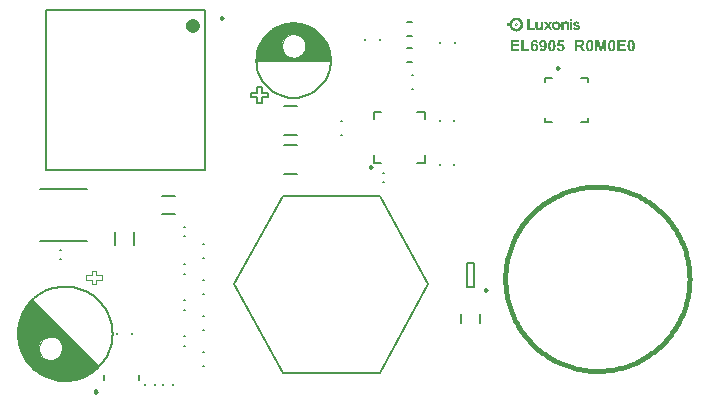
<source format=gto>
G04*
G04 #@! TF.GenerationSoftware,Altium Limited,Altium Designer,23.3.1 (30)*
G04*
G04 Layer_Color=65535*
%FSLAX44Y44*%
%MOMM*%
G71*
G04*
G04 #@! TF.SameCoordinates,D194EA9E-320C-42BA-852E-FFA0FE6248A8*
G04*
G04*
G04 #@! TF.FilePolarity,Positive*
G04*
G01*
G75*
%ADD10C,0.4000*%
%ADD11C,0.2500*%
%ADD12C,0.6000*%
%ADD13C,0.1000*%
%ADD14C,0.2000*%
%ADD15C,0.1016*%
%ADD16C,0.2032*%
G36*
X442338Y305742D02*
X442348Y305733D01*
X442360Y305688D01*
X442367Y298227D01*
X442377Y298217D01*
X442402Y298211D01*
X446587Y298205D01*
X446609Y298182D01*
X446603Y296461D01*
X446587Y296445D01*
X446536Y296432D01*
X446510Y296439D01*
X445352D01*
X440393Y296445D01*
X440377Y296461D01*
X440370Y296487D01*
X440367Y305653D01*
X440374Y305704D01*
X440390Y305726D01*
X440406Y305742D01*
X440450Y305749D01*
X440524Y305746D01*
X442223Y305749D01*
X442242Y305742D01*
X442306Y305749D01*
X442338Y305742D01*
D02*
G37*
G36*
X431089Y306856D02*
X431345Y306849D01*
X431364Y306843D01*
X431464Y306833D01*
X431502Y306827D01*
X431633Y306811D01*
X431678Y306805D01*
X431828Y306795D01*
X431867Y306789D01*
X431892Y306782D01*
X431927Y306772D01*
X431953Y306766D01*
X431998Y306753D01*
X432043Y306747D01*
X432107Y306740D01*
X432199Y306724D01*
X432231Y306712D01*
X432305Y306689D01*
X432350Y306683D01*
X432375Y306677D01*
X432439Y306670D01*
X432523Y306632D01*
X432548Y306625D01*
X432593Y306619D01*
X432618Y306612D01*
X432666Y306603D01*
X432721Y306574D01*
X432766Y306561D01*
X432791Y306555D01*
X432839Y306545D01*
X432945Y306497D01*
X432999Y306488D01*
X433031Y306475D01*
X433041Y306465D01*
X433054Y306459D01*
X433111Y306433D01*
X433159Y306424D01*
X433191Y306411D01*
X433201Y306401D01*
X433214Y306395D01*
X433271Y306369D01*
X433313Y306360D01*
X433335Y306344D01*
X433348Y306331D01*
X433393Y306312D01*
X433434Y306302D01*
X433457Y306293D01*
X433492Y306264D01*
X433534Y306248D01*
X433569Y306238D01*
X433578Y306229D01*
X433591Y306222D01*
X433610Y306203D01*
X433642Y306190D01*
X433668Y306184D01*
X433713Y306158D01*
X433732Y306139D01*
X433764Y306126D01*
X433805Y306110D01*
X433834Y306081D01*
X433847Y306075D01*
X433911Y306049D01*
X433930Y306030D01*
X433943Y306024D01*
X433956Y306011D01*
X433997Y305995D01*
X434020Y305979D01*
X434039Y305960D01*
X434052Y305953D01*
X434122Y305915D01*
X434148Y305889D01*
X434218Y305851D01*
X434237Y305832D01*
X434250Y305825D01*
X434295Y305800D01*
X434333Y305762D01*
X434378Y305736D01*
X434404Y305710D01*
X434461Y305678D01*
X434500Y305640D01*
X434544Y305614D01*
X434554Y305605D01*
X434560Y305592D01*
X434599Y305566D01*
X434621Y305550D01*
X434660Y305512D01*
X434672Y305506D01*
X434708Y305477D01*
X434736Y305448D01*
X434749Y305441D01*
X434784Y305413D01*
X434813Y305384D01*
X434826Y305378D01*
X434877Y305326D01*
X434890Y305320D01*
X434948Y305262D01*
X434960Y305256D01*
X434976Y305240D01*
X434983Y305227D01*
X435005Y305205D01*
X435018Y305198D01*
X435047Y305170D01*
X435053Y305157D01*
X435063Y305147D01*
X435075Y305141D01*
X435104Y305112D01*
X435111Y305099D01*
X435133Y305077D01*
X435146Y305070D01*
X435162Y305054D01*
X435168Y305042D01*
X435232Y304978D01*
X435239Y304965D01*
X435248Y304955D01*
X435261Y304949D01*
X435277Y304933D01*
X435284Y304920D01*
X435312Y304885D01*
X435341Y304856D01*
X435348Y304843D01*
X435360Y304830D01*
X435367Y304818D01*
X435405Y304779D01*
X435411Y304767D01*
X435424Y304754D01*
X435431Y304741D01*
X435469Y304702D01*
X435476Y304690D01*
X435504Y304655D01*
X435527Y304632D01*
X435533Y304619D01*
X435562Y304584D01*
X435584Y304562D01*
X435591Y304549D01*
X435623Y304504D01*
X435642Y304485D01*
X435674Y304427D01*
X435706Y304395D01*
X435738Y304338D01*
X435770Y304306D01*
X435783Y304274D01*
X435789Y304261D01*
X435818Y304226D01*
X435834Y304210D01*
X435850Y304168D01*
X435859Y304159D01*
X435866Y304146D01*
X435885Y304127D01*
X435891Y304114D01*
X435923Y304056D01*
X435952Y304021D01*
X435971Y303970D01*
X435994Y303941D01*
X436000Y303928D01*
X436013Y303916D01*
X436026Y303883D01*
X436051Y303839D01*
X436077Y303800D01*
X436099Y303739D01*
X436115Y303717D01*
X436128Y303704D01*
X436141Y303672D01*
X436163Y303612D01*
X436186Y303589D01*
X436205Y303544D01*
X436211Y303519D01*
X436243Y303461D01*
X436269Y303404D01*
X436278Y303368D01*
X436288Y303346D01*
X436320Y303301D01*
X436333Y303250D01*
X436343Y303215D01*
X436384Y303135D01*
X436403Y303058D01*
X436429Y303013D01*
X436448Y302969D01*
X436458Y302914D01*
X436464Y302882D01*
X436483Y302844D01*
X436506Y302802D01*
X436512Y302777D01*
X436525Y302693D01*
X436538Y302661D01*
X436563Y302604D01*
X436570Y302578D01*
X436576Y302533D01*
X436592Y302460D01*
X436618Y302389D01*
X436627Y302354D01*
X436634Y302309D01*
X436640Y302284D01*
X436650Y302210D01*
X436662Y302159D01*
X436672Y302124D01*
X436691Y302047D01*
X436704Y301919D01*
X436714Y301839D01*
X436726Y301762D01*
X436733Y301730D01*
X436739Y301705D01*
X436746Y301673D01*
X436755Y301586D01*
X436762Y301446D01*
X436768Y301190D01*
X436774Y300972D01*
X436768Y300755D01*
X436758Y300470D01*
X436752Y300387D01*
X436739Y300303D01*
X436733Y300278D01*
X436720Y300214D01*
X436710Y300127D01*
X436704Y300102D01*
X436694Y299984D01*
X436688Y299945D01*
X436675Y299894D01*
X436659Y299839D01*
X436646Y299788D01*
X436640Y299724D01*
X436634Y299680D01*
X436627Y299654D01*
X436605Y299593D01*
X436589Y299539D01*
X436576Y299462D01*
X436566Y299420D01*
X436547Y299369D01*
X436531Y299334D01*
X436519Y299283D01*
X436509Y299222D01*
X436496Y299190D01*
X436467Y299142D01*
X436458Y299100D01*
X436451Y299062D01*
X436445Y299030D01*
X436432Y298998D01*
X436423Y298988D01*
X436416Y298976D01*
X436397Y298931D01*
X436381Y298864D01*
X436349Y298813D01*
X436339Y298784D01*
X436320Y298707D01*
X436291Y298672D01*
X436275Y298636D01*
X436266Y298595D01*
X436253Y298563D01*
X436243Y298553D01*
X436237Y298541D01*
X436224Y298528D01*
X436211Y298483D01*
X436195Y298441D01*
X436179Y298419D01*
X436154Y298381D01*
X436144Y298345D01*
X436131Y298313D01*
X436122Y298304D01*
X436115Y298291D01*
X436102Y298278D01*
X436090Y298246D01*
X436074Y298205D01*
X436058Y298182D01*
X436045Y298169D01*
X436039Y298157D01*
X436019Y298112D01*
X436000Y298080D01*
X435981Y298061D01*
X435975Y298048D01*
X435962Y298016D01*
X435936Y297971D01*
X435917Y297952D01*
X435911Y297939D01*
X435872Y297869D01*
X435853Y297850D01*
X435815Y297779D01*
X435789Y297754D01*
Y297747D01*
X435786Y297744D01*
X435757Y297689D01*
X435731Y297664D01*
X435725Y297651D01*
X435683Y297590D01*
X435674Y297587D01*
X435667Y297574D01*
X435642Y297530D01*
X435616Y297504D01*
X435610Y297491D01*
X435597Y297478D01*
X435571Y297434D01*
X435533Y297395D01*
X435514Y297363D01*
X435476Y297325D01*
X435456Y297293D01*
X435418Y297254D01*
X435411Y297242D01*
X435383Y297206D01*
X435354Y297178D01*
X435348Y297165D01*
X435335Y297152D01*
X435328Y297139D01*
X435290Y297101D01*
X435284Y297088D01*
X435219Y297024D01*
X435213Y297011D01*
X435191Y296989D01*
X435178Y296982D01*
X435168Y296973D01*
X435162Y296960D01*
X435098Y296896D01*
X435092Y296883D01*
X435075Y296867D01*
X435063Y296861D01*
X435040Y296838D01*
X435034Y296826D01*
X435024Y296816D01*
X435012Y296810D01*
X434941Y296739D01*
X434928Y296733D01*
X434919Y296723D01*
X434912Y296710D01*
X434890Y296688D01*
X434877Y296682D01*
X434826Y296630D01*
X434813Y296624D01*
X434800Y296611D01*
X434788Y296605D01*
X434749Y296567D01*
X434736Y296560D01*
X434724Y296547D01*
X434711Y296541D01*
X434672Y296503D01*
X434660Y296496D01*
X434624Y296467D01*
X434596Y296439D01*
X434564Y296419D01*
X434525Y296381D01*
X434493Y296362D01*
X434461Y296330D01*
X434449Y296323D01*
X434404Y296298D01*
X434372Y296266D01*
X434359Y296259D01*
X434314Y296234D01*
X434305Y296224D01*
X434301Y296215D01*
X434288Y296208D01*
X434276Y296195D01*
X434231Y296170D01*
X434212Y296151D01*
X434199Y296144D01*
X434128Y296106D01*
X434103Y296080D01*
X434033Y296042D01*
X434013Y296023D01*
X433969Y296003D01*
X433956Y295997D01*
X433921Y295968D01*
X433911Y295959D01*
X433885Y295952D01*
X433828Y295920D01*
X433809Y295901D01*
X433745Y295875D01*
X433732Y295869D01*
X433719Y295856D01*
X433706Y295850D01*
X433693Y295837D01*
X433614Y295808D01*
X433597Y295792D01*
X433585Y295786D01*
X433572Y295773D01*
X433546Y295767D01*
X433505Y295751D01*
X433470Y295728D01*
X433457Y295716D01*
X433412Y295703D01*
X433386Y295696D01*
X433341Y295671D01*
X433329Y295658D01*
X433297Y295645D01*
X433255Y295636D01*
X433223Y295623D01*
X433201Y295607D01*
X433143Y295581D01*
X433095Y295572D01*
X433063Y295559D01*
X433041Y295543D01*
X432996Y295524D01*
X432970Y295517D01*
X432929Y295508D01*
X432897Y295495D01*
X432817Y295460D01*
X432772Y295453D01*
X432746Y295447D01*
X432663Y295408D01*
X432612Y295396D01*
X432551Y295386D01*
X432526Y295380D01*
X432455Y295348D01*
X432430Y295341D01*
X432398Y295335D01*
X432346Y295328D01*
X432286Y295319D01*
X432254Y295306D01*
X432212Y295290D01*
X432161Y295277D01*
X432046Y295264D01*
X431975Y295252D01*
X431950Y295245D01*
X431915Y295236D01*
X431838Y295217D01*
X431735Y295210D01*
X431623Y295201D01*
X431572Y295194D01*
X431534Y295188D01*
X431447Y295178D01*
X431422Y295172D01*
X431246Y295156D01*
X430629Y295152D01*
X430609Y295159D01*
X430478Y295168D01*
X430420Y295175D01*
X430337Y295188D01*
X430299Y295194D01*
X430241Y295201D01*
X430164Y295207D01*
X430017Y295220D01*
X429985Y295226D01*
X429909Y295245D01*
X429873Y295255D01*
X429829Y295261D01*
X429803Y295268D01*
X429710Y295277D01*
X429678Y295284D01*
X429653Y295290D01*
X429602Y295309D01*
X429547Y295325D01*
X429483Y295332D01*
X429458Y295338D01*
X429416Y295348D01*
X429384Y295360D01*
X429329Y295383D01*
X429285Y295389D01*
X429259Y295396D01*
X429211Y295405D01*
X429138Y295440D01*
X429086Y295453D01*
X429019Y295469D01*
X428965Y295498D01*
X428920Y295511D01*
X428894Y295517D01*
X428859Y295527D01*
X428837Y295536D01*
X428798Y295562D01*
X428754Y295575D01*
X428728Y295581D01*
X428686Y295597D01*
X428648Y295623D01*
X428619Y295632D01*
X428574Y295645D01*
X428543Y295658D01*
X428498Y295690D01*
X428447Y295703D01*
X428402Y295728D01*
X428363Y295754D01*
X428338Y295760D01*
X428296Y295776D01*
X428274Y295792D01*
X428261Y295805D01*
X428229Y295818D01*
X428178Y295837D01*
X428143Y295866D01*
X428107Y295882D01*
X428066Y295898D01*
X428043Y295914D01*
X428024Y295933D01*
X427992Y295946D01*
X427935Y295978D01*
X427915Y295997D01*
X427883Y296010D01*
X427851Y296029D01*
X427839Y296042D01*
X427826Y296048D01*
X427813Y296061D01*
X427787Y296068D01*
X427743Y296099D01*
X427724Y296119D01*
X427666Y296151D01*
X427631Y296179D01*
X427576Y296208D01*
X427538Y296247D01*
X427493Y296272D01*
X427467Y296298D01*
X427455Y296304D01*
X427410Y296330D01*
X427388Y296346D01*
X427381Y296359D01*
X427343Y296384D01*
X427320Y296400D01*
X427282Y296439D01*
X427250Y296458D01*
X427218Y296490D01*
X427205Y296496D01*
X427192Y296509D01*
X427180Y296515D01*
X427141Y296554D01*
X427128Y296560D01*
X427116Y296573D01*
X427103Y296579D01*
X427058Y296624D01*
X427045Y296630D01*
X427023Y296646D01*
X427016Y296659D01*
X426994Y296682D01*
X426981Y296688D01*
X426917Y296752D01*
X426904Y296758D01*
X426888Y296775D01*
X426882Y296787D01*
X426866Y296803D01*
X426853Y296810D01*
X426818Y296845D01*
X426812Y296858D01*
X426789Y296874D01*
X426760Y296903D01*
X426754Y296915D01*
X426744Y296925D01*
X426732Y296931D01*
X426703Y296960D01*
X426697Y296973D01*
X426668Y297002D01*
X426658Y297005D01*
X426652Y297018D01*
X426639Y297031D01*
X426632Y297043D01*
X426617Y297059D01*
X426604Y297066D01*
X426594Y297075D01*
X426588Y297088D01*
X426575Y297101D01*
X426568Y297114D01*
X426524Y297158D01*
X426517Y297171D01*
X426479Y297210D01*
X426473Y297222D01*
X426460Y297235D01*
X426453Y297248D01*
X426424Y297283D01*
X426396Y297312D01*
X426389Y297325D01*
X426361Y297360D01*
X426348Y297366D01*
X426316Y297418D01*
X426281Y297453D01*
X426255Y297498D01*
X426226Y297533D01*
X426217Y297542D01*
X426191Y297587D01*
X426159Y297619D01*
X426127Y297677D01*
X426101Y297702D01*
X426063Y297773D01*
X426037Y297798D01*
X425999Y297869D01*
X425980Y297888D01*
X425961Y297933D01*
X425954Y297945D01*
X425938Y297968D01*
X425925Y297974D01*
X425897Y298041D01*
X425890Y298054D01*
X425865Y298080D01*
X425858Y298093D01*
X425839Y298137D01*
X425813Y298182D01*
X425794Y298201D01*
X425781Y298233D01*
X425772Y298269D01*
X425762Y298278D01*
X425756Y298291D01*
X425743Y298304D01*
X425737Y298317D01*
X425718Y298361D01*
X425711Y298387D01*
X425666Y298451D01*
X425653Y298502D01*
X425628Y298547D01*
X425602Y298585D01*
X425593Y298633D01*
X425580Y298665D01*
X425570Y298675D01*
X425564Y298688D01*
X425551Y298701D01*
X425538Y298745D01*
X425529Y298787D01*
X425516Y298819D01*
X425500Y298835D01*
X425487Y298867D01*
X425474Y298912D01*
X425465Y298953D01*
X425423Y299033D01*
X425414Y299075D01*
X425407Y299113D01*
X425394Y299145D01*
X425359Y299225D01*
X425353Y299270D01*
X425346Y299296D01*
X425337Y299331D01*
X425324Y299363D01*
X425308Y299398D01*
X425295Y299443D01*
X425289Y299507D01*
X425282Y299532D01*
X425273Y299568D01*
X425260Y299599D01*
X425244Y299641D01*
X425238Y299667D01*
X425231Y299711D01*
X425222Y299792D01*
X425215Y299823D01*
X425202Y299855D01*
X425190Y299868D01*
X425158Y299881D01*
X425113Y299888D01*
X423471Y299884D01*
X423452Y299904D01*
X423446Y299948D01*
X423452Y299967D01*
X423449Y302089D01*
X423456Y302114D01*
X423488Y302127D01*
X423568Y302124D01*
X425087Y302127D01*
X425106Y302121D01*
X425132Y302127D01*
X425170Y302133D01*
X425206Y302162D01*
X425218Y302194D01*
X425225Y302258D01*
X425231Y302303D01*
X425241Y302364D01*
X425254Y302396D01*
X425276Y302450D01*
X425289Y302527D01*
X425298Y302581D01*
X425305Y302607D01*
X425340Y302687D01*
X425346Y302712D01*
X425353Y302757D01*
X425359Y302783D01*
X425369Y302818D01*
X425378Y302828D01*
X425404Y302885D01*
X425420Y302959D01*
X425426Y302985D01*
X425468Y303064D01*
X425484Y303138D01*
X425532Y303231D01*
X425548Y303298D01*
X425570Y303333D01*
X425596Y303391D01*
X425606Y303426D01*
X425628Y303461D01*
X425653Y303500D01*
X425663Y303547D01*
X425695Y303599D01*
X425711Y303627D01*
X425733Y303688D01*
X425750Y303711D01*
X425762Y303724D01*
X425781Y303768D01*
X425788Y303794D01*
X425839Y303871D01*
X425855Y303912D01*
X425871Y303935D01*
X425890Y303954D01*
X425903Y303986D01*
X425919Y304027D01*
X425954Y304063D01*
X425973Y304107D01*
X425980Y304120D01*
X425993Y304133D01*
X425999Y304146D01*
X426018Y304165D01*
X426034Y304207D01*
X426066Y304245D01*
X426082Y304261D01*
X426098Y304303D01*
X426114Y304319D01*
X426121Y304331D01*
X426140Y304351D01*
X426165Y304395D01*
X426175Y304411D01*
X426188Y304418D01*
X426232Y304488D01*
X426261Y304517D01*
X426268Y304530D01*
X426293Y304575D01*
X426316Y304590D01*
X426351Y304645D01*
X426396Y304690D01*
X426415Y304722D01*
X426453Y304760D01*
X426460Y304773D01*
X426488Y304808D01*
X426517Y304837D01*
X426524Y304850D01*
X426553Y304885D01*
X426588Y304920D01*
X426594Y304933D01*
X426645Y304984D01*
X426652Y304997D01*
X426674Y305019D01*
X426687Y305026D01*
X426697Y305035D01*
X426703Y305048D01*
X426716Y305061D01*
X426719Y305070D01*
X426732Y305077D01*
X426773Y305118D01*
X426780Y305131D01*
X426818Y305163D01*
X426831Y305176D01*
X426837Y305189D01*
X426847Y305198D01*
X426860Y305205D01*
X426924Y305269D01*
X426936Y305275D01*
X426952Y305291D01*
X426959Y305304D01*
X426975Y305320D01*
X426988Y305326D01*
X427039Y305378D01*
X427052Y305384D01*
X427064Y305397D01*
X427077Y305403D01*
X427116Y305441D01*
X427128Y305448D01*
X427141Y305461D01*
X427154Y305467D01*
X427199Y305512D01*
X427231Y305531D01*
X427269Y305569D01*
X427282Y305576D01*
X427317Y305605D01*
X427340Y305627D01*
X427352Y305634D01*
X427388Y305662D01*
X427410Y305685D01*
X427467Y305717D01*
X427500Y305749D01*
X427554Y305777D01*
X427560Y305790D01*
X427576Y305806D01*
X427647Y305845D01*
X427666Y305864D01*
X427679Y305870D01*
X427736Y305902D01*
X427746Y305912D01*
X427749Y305921D01*
X427762Y305928D01*
X427832Y305966D01*
X427851Y305985D01*
X427864Y305992D01*
X427935Y306030D01*
X427954Y306049D01*
X428018Y306075D01*
X428053Y306104D01*
X428063Y306113D01*
X428133Y306139D01*
X428168Y306168D01*
X428203Y306184D01*
X428245Y306200D01*
X428267Y306216D01*
X428306Y306241D01*
X428347Y306251D01*
X428399Y306283D01*
X428408Y306293D01*
X428440Y306305D01*
X428482Y306315D01*
X428533Y306347D01*
X428568Y306363D01*
X428594Y306369D01*
X428655Y306392D01*
X428671Y306408D01*
X428715Y306427D01*
X428783Y306443D01*
X428805Y306453D01*
X428843Y306478D01*
X428875Y306491D01*
X428930Y306500D01*
X428955Y306507D01*
X429022Y306542D01*
X429067Y306555D01*
X429115Y306565D01*
X429141Y306571D01*
X429214Y306606D01*
X429240Y306612D01*
X429307Y306622D01*
X429333Y306628D01*
X429365Y306641D01*
X429419Y306664D01*
X429445Y306670D01*
X429534Y306683D01*
X429576Y306693D01*
X429608Y306705D01*
X429682Y306728D01*
X429726Y306734D01*
X429752Y306740D01*
X429841Y306747D01*
X429861Y306753D01*
X429902Y306763D01*
X429928Y306769D01*
X429963Y306779D01*
X429989Y306785D01*
X430033Y306792D01*
X430059Y306798D01*
X430216Y306808D01*
X430280Y306814D01*
X430363Y306827D01*
X430395Y306833D01*
X430446Y306840D01*
X430517Y306846D01*
X430600Y306852D01*
X430766Y306859D01*
X431070Y306862D01*
X431089Y306856D01*
D02*
G37*
G36*
X248568Y301431D02*
X252557Y300362D01*
X256372Y298782D01*
X259948Y296717D01*
X263224Y294204D01*
X266144Y291284D01*
X268657Y288008D01*
X270722Y284432D01*
X272302Y280617D01*
X273371Y276628D01*
X273910Y272535D01*
Y270470D01*
X210910D01*
Y272535D01*
X211449Y276628D01*
X212518Y280617D01*
X214098Y284432D01*
X216162Y288008D01*
X218676Y291284D01*
X221596Y294204D01*
X224872Y296717D01*
X228448Y298782D01*
X232263Y300362D01*
X236252Y301431D01*
X240345Y301970D01*
X244475D01*
X248568Y301431D01*
D02*
G37*
G36*
X49094Y39188D02*
X43790Y33884D01*
X42807Y34747D01*
X40546Y36052D01*
X38024Y36728D01*
X35414D01*
X32892Y36052D01*
X30632Y34747D01*
X28786Y32901D01*
X27480Y30640D01*
X26805Y28119D01*
Y25508D01*
X27480Y22987D01*
X28786Y20726D01*
X29648Y19742D01*
X29648Y19742D01*
Y19742D01*
X30283Y19120D01*
X31720Y18077D01*
X33332Y17335D01*
X35058Y16921D01*
X35944Y16844D01*
X36858Y16792D01*
X38680Y16959D01*
X40434Y17478D01*
X42054Y18329D01*
X42793Y18869D01*
X42793Y18869D01*
X43544Y19595D01*
X44816Y21248D01*
X45740Y23119D01*
X46281Y25133D01*
X46420Y27214D01*
X46149Y29283D01*
X45480Y31258D01*
X44439Y33066D01*
X43790Y33884D01*
X49094Y39188D01*
X77378Y10903D01*
X77378D01*
X75524Y9050D01*
X71364Y5857D01*
X66823Y3236D01*
X61979Y1229D01*
X56914Y-128D01*
X51715Y-812D01*
X46472D01*
X41273Y-128D01*
X36209Y1229D01*
X31364Y3236D01*
X26823Y5857D01*
X22663Y9050D01*
X20809Y10903D01*
X20809Y10903D01*
X18956Y12757D01*
X15763Y16917D01*
X13142Y21458D01*
X11135Y26302D01*
X9778Y31367D01*
X9094Y36566D01*
X9094Y41809D01*
X9778Y47008D01*
X11135Y52073D01*
X13142Y56917D01*
X15763Y61458D01*
X18956Y65618D01*
X20809Y67472D01*
X49094Y39188D01*
D02*
G37*
G36*
X473173Y303669D02*
X473404Y303663D01*
X473423Y303656D01*
X473490Y303647D01*
X473522Y303640D01*
X473560Y303634D01*
X473592Y303627D01*
X473644Y303621D01*
X473701Y303615D01*
X473752Y303608D01*
X473784Y303602D01*
X473810Y303596D01*
X473922Y303560D01*
X473967Y303554D01*
X474008Y303544D01*
X474034Y303538D01*
X474114Y303503D01*
X474165Y303490D01*
X474200Y303480D01*
X474280Y303439D01*
X474332Y303426D01*
X474376Y303400D01*
X474408Y303381D01*
X474479Y303356D01*
X474514Y303327D01*
X474549Y303311D01*
X474591Y303295D01*
X474626Y303260D01*
X474658Y303247D01*
X474703Y303221D01*
X474728Y303196D01*
X474786Y303164D01*
X474818Y303132D01*
X474831Y303125D01*
X474866Y303096D01*
X474882Y303080D01*
X474895Y303074D01*
X474952Y303029D01*
X474984Y302997D01*
X474997Y302991D01*
X475067Y302920D01*
X475080Y302914D01*
X475112Y302876D01*
X475160Y302828D01*
X475167Y302815D01*
X475211Y302770D01*
X475218Y302757D01*
X475262Y302700D01*
X475282Y302680D01*
X475301Y302649D01*
X475333Y302617D01*
X475365Y302559D01*
X475378Y302546D01*
X475384Y302533D01*
X475397Y302521D01*
X475410Y302488D01*
X475429Y302456D01*
X475448Y302437D01*
X475454Y302425D01*
X475474Y302380D01*
X475493Y302348D01*
X475518Y302309D01*
X475541Y302249D01*
X475563Y302213D01*
X475589Y302156D01*
X475595Y302130D01*
X475611Y302089D01*
X475621Y302079D01*
X475627Y302066D01*
X475646Y302021D01*
X475662Y301954D01*
X475675Y301922D01*
X475704Y301855D01*
X475717Y301778D01*
X475723Y301753D01*
X475768Y301612D01*
X475774Y301548D01*
X475790Y301442D01*
X475803Y301378D01*
X475810Y301353D01*
X475816Y301314D01*
X475826Y301228D01*
X475832Y301164D01*
X475838Y300851D01*
X475832Y296455D01*
X475822Y296445D01*
X475790Y296432D01*
X475707Y296439D01*
X473906Y296435D01*
X473884Y296451D01*
X473874Y296461D01*
X473868Y296544D01*
X473861Y300729D01*
X473855Y300748D01*
X473848Y300799D01*
X473842Y300819D01*
X473823Y300882D01*
X473816Y300908D01*
X473807Y300969D01*
X473800Y301001D01*
X473784Y301042D01*
X473752Y301113D01*
X473746Y301138D01*
X473730Y301180D01*
X473714Y301202D01*
X473701Y301215D01*
X473685Y301257D01*
X473672Y301289D01*
X473656Y301305D01*
X473650Y301318D01*
X473637Y301330D01*
X473631Y301343D01*
X473605Y301388D01*
X473567Y301426D01*
X473548Y301458D01*
X473538Y301468D01*
X473525Y301474D01*
X473509Y301490D01*
X473503Y301503D01*
X473468Y301538D01*
X473455Y301545D01*
X473439Y301567D01*
X473423Y301583D01*
X473410Y301590D01*
X473375Y301618D01*
X473353Y301641D01*
X473295Y301673D01*
X473269Y301698D01*
X473237Y301711D01*
X473196Y301727D01*
X473173Y301749D01*
X473161Y301756D01*
X473129Y301769D01*
X473103Y301775D01*
X473061Y301791D01*
X473013Y301820D01*
X472972Y301829D01*
X472940Y301836D01*
X472901Y301842D01*
X472850Y301855D01*
X472818Y301868D01*
X472793Y301874D01*
X472761Y301881D01*
X472674Y301890D01*
X472591Y301897D01*
X472265Y301890D01*
X472245Y301884D01*
X472185Y301874D01*
X472092Y301845D01*
X472066Y301839D01*
X472012Y301829D01*
X471986Y301823D01*
X471954Y301810D01*
X471906Y301782D01*
X471865Y301772D01*
X471839Y301765D01*
X471804Y301743D01*
X471791Y301730D01*
X471746Y301711D01*
X471705Y301695D01*
X471676Y301666D01*
X471663Y301660D01*
X471606Y301628D01*
X471574Y301596D01*
X471561Y301590D01*
X471526Y301561D01*
X471497Y301532D01*
X471484Y301525D01*
X471404Y301446D01*
X471398Y301433D01*
X471353Y301388D01*
X471347Y301375D01*
X471318Y301340D01*
X471308Y301337D01*
X471302Y301324D01*
X471276Y301279D01*
X471247Y301244D01*
X471231Y301209D01*
X471218Y301177D01*
X471212Y301164D01*
X471193Y301145D01*
X471186Y301132D01*
X471174Y301100D01*
X471161Y301049D01*
X471116Y300953D01*
X471110Y300908D01*
X471103Y300882D01*
X471097Y300819D01*
X471091Y300799D01*
X471084Y300774D01*
X471078Y300729D01*
X471071Y300703D01*
X471065Y300582D01*
X471059Y296467D01*
X471043Y296445D01*
X471017Y296439D01*
X469104Y296445D01*
X469088Y296461D01*
X469081Y296525D01*
Y300294D01*
Y300300D01*
X469088Y303474D01*
X469104Y303490D01*
X469148Y303496D01*
X470934Y303490D01*
X470963Y303468D01*
X470969Y303442D01*
X470963Y303340D01*
X470969Y302904D01*
X470985Y302889D01*
X471023Y302895D01*
X471046Y302917D01*
X471052Y302930D01*
X471068Y302946D01*
X471081Y302952D01*
X471097Y302969D01*
X471103Y302981D01*
X471113Y302991D01*
X471126Y302997D01*
X471161Y303026D01*
X471190Y303055D01*
X471203Y303061D01*
X471238Y303090D01*
X471260Y303112D01*
X471318Y303144D01*
X471334Y303154D01*
X471337Y303164D01*
X471350Y303170D01*
X471407Y303202D01*
X471439Y303234D01*
X471471Y303247D01*
X471529Y303279D01*
X471548Y303298D01*
X471609Y303320D01*
X471644Y303343D01*
X471676Y303362D01*
X471702Y303368D01*
X471743Y303384D01*
X471753Y303394D01*
X471766Y303400D01*
X471798Y303420D01*
X471823Y303426D01*
X471868Y303439D01*
X471964Y303484D01*
X472015Y303496D01*
X472050Y303506D01*
X472082Y303519D01*
X472137Y303541D01*
X472162Y303547D01*
X472207Y303554D01*
X472233Y303560D01*
X472274Y303570D01*
X472367Y303599D01*
X472393Y303605D01*
X472438Y303612D01*
X472501Y303618D01*
X472607Y303634D01*
X472645Y303640D01*
X472677Y303647D01*
X472716Y303653D01*
X472767Y303659D01*
X472844Y303666D01*
X473112Y303672D01*
X473154Y303675D01*
X473173Y303669D01*
D02*
G37*
G36*
X461540Y303490D02*
X461557Y303474D01*
X461550Y303442D01*
X461531Y303423D01*
X461525Y303410D01*
X461480Y303365D01*
X461473Y303352D01*
X461438Y303298D01*
X461425Y303292D01*
X461381Y303221D01*
X461358Y303199D01*
X461352Y303186D01*
X461310Y303125D01*
X461297Y303119D01*
X461259Y303055D01*
X461246Y303048D01*
X461236Y303039D01*
X461230Y303026D01*
X461205Y302981D01*
X461173Y302949D01*
X461166Y302936D01*
X461131Y302882D01*
X461118Y302876D01*
X461109Y302866D01*
X461102Y302853D01*
X461070Y302808D01*
X461051Y302789D01*
X461045Y302777D01*
X461019Y302732D01*
X460987Y302700D01*
X460981Y302687D01*
X460949Y302642D01*
X460923Y302617D01*
X460917Y302604D01*
X460885Y302559D01*
X460865Y302540D01*
X460859Y302527D01*
X460833Y302482D01*
X460801Y302450D01*
X460795Y302437D01*
X460763Y302393D01*
X460737Y302367D01*
X460731Y302354D01*
X460699Y302309D01*
X460686Y302297D01*
X460680Y302284D01*
X460654Y302245D01*
X460648Y302233D01*
X460616Y302201D01*
X460610Y302188D01*
X460578Y302143D01*
X460552Y302117D01*
X460526Y302073D01*
X460501Y302047D01*
X460494Y302034D01*
X460453Y301973D01*
X460430Y301951D01*
X460424Y301938D01*
X460392Y301894D01*
X460366Y301868D01*
X460341Y301823D01*
X460315Y301798D01*
X460309Y301785D01*
X460283Y301740D01*
X460245Y301702D01*
X460238Y301689D01*
X460206Y301644D01*
X460181Y301618D01*
X460155Y301574D01*
X460130Y301548D01*
X460123Y301535D01*
X460098Y301490D01*
X460075Y301468D01*
X460072Y301465D01*
X460059Y301452D01*
X460053Y301439D01*
X460021Y301394D01*
X459995Y301369D01*
X459970Y301324D01*
X459950Y301305D01*
X459944Y301292D01*
X459931Y301279D01*
X459906Y301234D01*
X459874Y301202D01*
X459867Y301190D01*
X459835Y301145D01*
X459810Y301119D01*
X459784Y301074D01*
X459758Y301049D01*
X459752Y301036D01*
X459726Y300991D01*
X459688Y300953D01*
X459682Y300940D01*
X459637Y300882D01*
X459611Y300844D01*
X459605Y300831D01*
X459573Y300799D01*
X459566Y300786D01*
X459541Y300742D01*
X459502Y300703D01*
X459496Y300690D01*
X459467Y300655D01*
X459458Y300646D01*
X459451Y300633D01*
X459410Y300572D01*
X459394Y300556D01*
X459387Y300543D01*
X459375Y300530D01*
X459352Y300489D01*
X459339Y300483D01*
X459330Y300473D01*
X459323Y300460D01*
X459291Y300415D01*
X459272Y300396D01*
X459266Y300383D01*
X459224Y300323D01*
X459208Y300307D01*
X459202Y300294D01*
X459157Y300236D01*
X459138Y300217D01*
X459112Y300172D01*
X459087Y300147D01*
X459080Y300134D01*
X459055Y300089D01*
X459016Y300051D01*
X459010Y300038D01*
X458997Y300006D01*
X459003Y299948D01*
X459032Y299913D01*
X459055Y299891D01*
X459087Y299833D01*
X459125Y299795D01*
X459151Y299750D01*
X459160Y299740D01*
X459170Y299737D01*
X459176Y299724D01*
X459189Y299711D01*
X459215Y299667D01*
X459240Y299641D01*
X459247Y299628D01*
X459288Y299568D01*
X459311Y299545D01*
X459330Y299513D01*
X459362Y299481D01*
X459368Y299468D01*
X459400Y299424D01*
X459413Y299411D01*
X459419Y299398D01*
X459432Y299385D01*
X459458Y299340D01*
X459490Y299308D01*
X459515Y299264D01*
X459554Y299225D01*
X459579Y299180D01*
X459605Y299155D01*
X459611Y299142D01*
X459653Y299081D01*
X459675Y299059D01*
X459682Y299046D01*
X459704Y299011D01*
X459717Y299004D01*
X459726Y298995D01*
X459733Y298982D01*
X459775Y298921D01*
X459797Y298899D01*
X459822Y298854D01*
X459854Y298822D01*
X459861Y298809D01*
X459893Y298764D01*
X459918Y298739D01*
X459944Y298694D01*
X459976Y298662D01*
X460008Y298605D01*
X460046Y298566D01*
X460072Y298521D01*
X460082Y298512D01*
X460091Y298509D01*
X460098Y298496D01*
X460130Y298451D01*
X460136Y298438D01*
X460162Y298413D01*
X460168Y298400D01*
X460203Y298345D01*
X460213Y298342D01*
X460219Y298329D01*
X460232Y298317D01*
X460251Y298285D01*
X460283Y298253D01*
X460290Y298240D01*
X460322Y298195D01*
X460341Y298176D01*
X460347Y298163D01*
X460373Y298118D01*
X460411Y298080D01*
X460437Y298035D01*
X460475Y297997D01*
X460501Y297952D01*
X460526Y297926D01*
X460533Y297913D01*
X460574Y297853D01*
X460597Y297830D01*
X460603Y297817D01*
X460632Y297782D01*
X460648Y297766D01*
X460654Y297754D01*
X460696Y297693D01*
X460718Y297670D01*
X460744Y297626D01*
X460776Y297594D01*
X460782Y297581D01*
X460814Y297536D01*
X460840Y297510D01*
X460865Y297466D01*
X460897Y297434D01*
X460929Y297376D01*
X460968Y297338D01*
X460993Y297293D01*
X461003Y297283D01*
X461013Y297280D01*
X461019Y297267D01*
X461045Y297229D01*
X461051Y297216D01*
X461083Y297184D01*
X461089Y297171D01*
X461121Y297127D01*
X461141Y297107D01*
X461147Y297094D01*
X461179Y297050D01*
X461205Y297024D01*
X461211Y297011D01*
X461243Y296966D01*
X461262Y296947D01*
X461269Y296935D01*
X461294Y296890D01*
X461333Y296851D01*
X461358Y296807D01*
X461396Y296768D01*
X461422Y296723D01*
X461454Y296691D01*
X461486Y296634D01*
X461518Y296602D01*
X461525Y296589D01*
X461553Y296554D01*
X461569Y296538D01*
X461576Y296525D01*
X461601Y296487D01*
X461608Y296461D01*
X461592Y296445D01*
X461566Y296439D01*
X459483Y296435D01*
X459458Y296442D01*
X459439Y296461D01*
X459432Y296474D01*
X459381Y296525D01*
X459355Y296570D01*
X459330Y296595D01*
X459323Y296608D01*
X459282Y296669D01*
X459253Y296698D01*
X459234Y296730D01*
X459202Y296762D01*
X459176Y296807D01*
X459147Y296842D01*
X459138Y296851D01*
X459131Y296864D01*
X459099Y296909D01*
X459074Y296935D01*
X459048Y296979D01*
X459010Y297018D01*
X458984Y297062D01*
X458959Y297088D01*
X458952Y297101D01*
X458917Y297155D01*
X458904Y297162D01*
X458875Y297203D01*
X458869Y297216D01*
X458831Y297254D01*
X458805Y297299D01*
X458796Y297315D01*
X458786Y297318D01*
X458779Y297331D01*
X458767Y297344D01*
X458741Y297389D01*
X458703Y297427D01*
X458677Y297472D01*
X458667Y297482D01*
X458658Y297485D01*
X458652Y297498D01*
X458626Y297536D01*
X458619Y297549D01*
X458587Y297581D01*
X458581Y297594D01*
X458546Y297648D01*
X458533Y297654D01*
X458507Y297693D01*
X458492Y297715D01*
X458460Y297747D01*
X458434Y297792D01*
X458408Y297817D01*
X458402Y297830D01*
X458360Y297891D01*
X458338Y297913D01*
X458331Y297926D01*
X458303Y297968D01*
X458290Y297974D01*
X458280Y297984D01*
X458255Y298029D01*
X458226Y298064D01*
X458216Y298073D01*
X458210Y298086D01*
X458178Y298131D01*
X458159Y298150D01*
X458152Y298163D01*
X458120Y298208D01*
X458088Y298240D01*
X458063Y298285D01*
X458031Y298317D01*
X457999Y298374D01*
X457967Y298406D01*
X457941Y298451D01*
X457919Y298467D01*
X457884Y298521D01*
X457852Y298553D01*
X457845Y298566D01*
X457804Y298627D01*
X457759Y298646D01*
X457727Y298627D01*
X457695Y298576D01*
X457666Y298547D01*
X457640Y298502D01*
X457612Y298467D01*
X457596Y298451D01*
X457570Y298406D01*
X457561Y298397D01*
X457551Y298393D01*
X457545Y298381D01*
X457532Y298368D01*
X457513Y298336D01*
X457481Y298304D01*
X457455Y298259D01*
X457423Y298227D01*
X457416Y298214D01*
X457381Y298160D01*
X457369Y298153D01*
X457359Y298144D01*
X457353Y298131D01*
X457321Y298086D01*
X457295Y298061D01*
X457289Y298048D01*
X457257Y298003D01*
X457231Y297978D01*
X457205Y297933D01*
X457173Y297901D01*
X457148Y297856D01*
X457109Y297817D01*
X457103Y297805D01*
X457058Y297747D01*
X457045Y297734D01*
X457020Y297689D01*
X456988Y297658D01*
X456962Y297613D01*
X456924Y297574D01*
X456917Y297562D01*
X456889Y297526D01*
X456873Y297510D01*
X456866Y297498D01*
X456825Y297437D01*
X456802Y297414D01*
X456777Y297370D01*
X456738Y297331D01*
X456732Y297318D01*
X456703Y297283D01*
X456681Y297261D01*
X456655Y297216D01*
X456629Y297190D01*
X456623Y297178D01*
X456598Y297139D01*
X456591Y297127D01*
X456553Y297088D01*
X456534Y297056D01*
X456495Y297018D01*
X456469Y296973D01*
X456437Y296941D01*
X456431Y296928D01*
X456390Y296867D01*
X456367Y296845D01*
X456348Y296813D01*
X456310Y296775D01*
X456284Y296730D01*
X456252Y296698D01*
X456246Y296685D01*
X456214Y296640D01*
X456194Y296621D01*
X456188Y296608D01*
X456156Y296563D01*
X456124Y296531D01*
X456098Y296487D01*
X456089Y296477D01*
X456076Y296471D01*
X456050Y296445D01*
X455999Y296432D01*
X455955Y296439D01*
X454006Y296435D01*
X453984Y296445D01*
X453980Y296480D01*
X454025Y296525D01*
X454051Y296570D01*
X454083Y296602D01*
X454115Y296659D01*
X454147Y296691D01*
X454153Y296704D01*
X454182Y296739D01*
X454204Y296762D01*
X454230Y296807D01*
X454262Y296838D01*
X454294Y296896D01*
X454332Y296935D01*
X454358Y296979D01*
X454380Y296995D01*
X454416Y297050D01*
X454425Y297066D01*
X454435Y297069D01*
X454441Y297082D01*
X454454Y297094D01*
X454480Y297139D01*
X454511Y297171D01*
X454518Y297184D01*
X454550Y297229D01*
X454576Y297254D01*
X454601Y297299D01*
X454633Y297331D01*
X454640Y297344D01*
X454672Y297389D01*
X454691Y297408D01*
X454697Y297421D01*
X454729Y297466D01*
X454755Y297491D01*
X454761Y297504D01*
X454793Y297549D01*
X454819Y297574D01*
X454844Y297619D01*
X454873Y297654D01*
X454883Y297664D01*
X454889Y297677D01*
X454918Y297718D01*
X454931Y297725D01*
X454940Y297734D01*
X454966Y297779D01*
X454998Y297811D01*
X455004Y297824D01*
X455046Y297885D01*
X455068Y297907D01*
X455094Y297952D01*
X455132Y297990D01*
X455151Y298022D01*
X455177Y298048D01*
X455183Y298061D01*
X455225Y298121D01*
X455247Y298144D01*
X455254Y298157D01*
X455286Y298201D01*
X455311Y298227D01*
X455337Y298272D01*
X455375Y298310D01*
X455401Y298355D01*
X455433Y298387D01*
X455465Y298445D01*
X455475Y298454D01*
X455487Y298461D01*
X455522Y298515D01*
X455555Y298547D01*
X455561Y298560D01*
X455602Y298620D01*
X455619Y298636D01*
X455625Y298649D01*
X455657Y298694D01*
X455682Y298720D01*
X455702Y298752D01*
X455734Y298784D01*
X455740Y298797D01*
X455782Y298857D01*
X455804Y298880D01*
X455830Y298925D01*
X455862Y298957D01*
X455868Y298969D01*
X455913Y299027D01*
X455926Y299040D01*
X455932Y299053D01*
X455977Y299110D01*
X455990Y299123D01*
X456015Y299168D01*
X456041Y299193D01*
X456047Y299206D01*
X456092Y299264D01*
X456111Y299283D01*
X456137Y299328D01*
X456169Y299360D01*
X456201Y299417D01*
X456239Y299456D01*
X456258Y299488D01*
X456290Y299520D01*
X456316Y299564D01*
X456348Y299596D01*
X456354Y299609D01*
X456396Y299670D01*
X456418Y299692D01*
X456444Y299737D01*
X456482Y299776D01*
X456511Y299823D01*
X456524Y299830D01*
X456549Y299868D01*
X456572Y299904D01*
X456598Y299929D01*
X456604Y299942D01*
X456636Y299987D01*
X456661Y300012D01*
X456668Y300025D01*
X456693Y300083D01*
X456687Y300108D01*
X456661Y300153D01*
X456617Y300198D01*
X456591Y300243D01*
X456559Y300275D01*
X456553Y300287D01*
X456511Y300348D01*
X456489Y300371D01*
X456463Y300415D01*
X456444Y300428D01*
X456437Y300441D01*
X456393Y300499D01*
X456380Y300511D01*
X456374Y300524D01*
X456348Y300569D01*
X456310Y300607D01*
X456284Y300652D01*
X456252Y300684D01*
X456246Y300697D01*
X456214Y300742D01*
X456188Y300767D01*
X456162Y300812D01*
X456137Y300838D01*
X456130Y300851D01*
X456089Y300911D01*
X456076Y300918D01*
X456041Y300972D01*
X456015Y300998D01*
X456009Y301010D01*
X455983Y301049D01*
X455977Y301062D01*
X455945Y301094D01*
X455938Y301106D01*
X455906Y301151D01*
X455881Y301177D01*
X455855Y301222D01*
X455817Y301260D01*
X455791Y301305D01*
X455766Y301330D01*
X455759Y301343D01*
X455718Y301404D01*
X455708Y301407D01*
X455702Y301420D01*
X455689Y301433D01*
X455670Y301465D01*
X455644Y301490D01*
X455638Y301503D01*
X455596Y301564D01*
X455574Y301586D01*
X455548Y301631D01*
X455516Y301663D01*
X455510Y301676D01*
X455478Y301721D01*
X455452Y301746D01*
X455426Y301791D01*
X455401Y301817D01*
X455395Y301829D01*
X455369Y301868D01*
X455363Y301881D01*
X455353Y301890D01*
X455343Y301894D01*
X455337Y301906D01*
X455324Y301919D01*
X455305Y301951D01*
X455273Y301983D01*
X455267Y301996D01*
X455241Y302041D01*
X455209Y302073D01*
X455203Y302085D01*
X455171Y302130D01*
X455145Y302156D01*
X455119Y302201D01*
X455081Y302239D01*
X455055Y302284D01*
X455030Y302309D01*
X455023Y302322D01*
X454982Y302383D01*
X454953Y302412D01*
X454934Y302444D01*
X454902Y302476D01*
X454870Y302533D01*
X454838Y302565D01*
X454812Y302610D01*
X454774Y302649D01*
X454748Y302693D01*
X454716Y302725D01*
X454710Y302738D01*
X454678Y302783D01*
X454659Y302802D01*
X454652Y302815D01*
X454627Y302860D01*
X454588Y302898D01*
X454582Y302911D01*
X454553Y302946D01*
X454537Y302962D01*
X454531Y302975D01*
X454489Y303036D01*
X454467Y303058D01*
X454441Y303103D01*
X454409Y303135D01*
X454403Y303148D01*
X454371Y303192D01*
X454345Y303218D01*
X454320Y303263D01*
X454288Y303295D01*
X454256Y303352D01*
X454224Y303384D01*
X454217Y303397D01*
X454166Y303448D01*
X454172Y303487D01*
X454208Y303496D01*
X456338Y303490D01*
X456361Y303474D01*
X456380Y303442D01*
X456418Y303404D01*
X456444Y303359D01*
X456463Y303340D01*
X456469Y303327D01*
X456482Y303314D01*
X456508Y303269D01*
X456540Y303237D01*
X456566Y303192D01*
X456604Y303154D01*
X456629Y303109D01*
X456661Y303077D01*
X456693Y303020D01*
X456732Y302981D01*
X456754Y302940D01*
X456767Y302933D01*
X456783Y302917D01*
X456809Y302873D01*
X456838Y302837D01*
X456847Y302828D01*
X456873Y302783D01*
X456905Y302751D01*
X456911Y302738D01*
X456943Y302693D01*
X456969Y302668D01*
X456975Y302655D01*
X457007Y302610D01*
X457026Y302591D01*
X457033Y302578D01*
X457058Y302533D01*
X457097Y302495D01*
X457122Y302450D01*
X457132Y302441D01*
X457145Y302434D01*
X457189Y302364D01*
X457218Y302335D01*
X457244Y302290D01*
X457269Y302265D01*
X457276Y302252D01*
X457308Y302207D01*
X457340Y302175D01*
X457365Y302130D01*
X457391Y302105D01*
X457397Y302092D01*
X457423Y302047D01*
X457461Y302009D01*
X457487Y301964D01*
X457525Y301926D01*
X457551Y301881D01*
X457583Y301849D01*
X457615Y301791D01*
X457653Y301753D01*
X457673Y301721D01*
X457705Y301689D01*
X457711Y301676D01*
X457743Y301631D01*
X457756Y301618D01*
X457762Y301605D01*
X457775Y301593D01*
X457800Y301548D01*
X457832Y301516D01*
X457852Y301484D01*
X457880Y301449D01*
X457906Y301423D01*
X457932Y301417D01*
X457954Y301433D01*
X457967Y301465D01*
X457973Y301478D01*
X458002Y301513D01*
X458012Y301522D01*
X458018Y301535D01*
X458050Y301580D01*
X458076Y301605D01*
X458101Y301650D01*
X458133Y301682D01*
X458140Y301695D01*
X458181Y301756D01*
X458204Y301778D01*
X458229Y301823D01*
X458261Y301855D01*
X458287Y301900D01*
X458319Y301932D01*
X458325Y301945D01*
X458367Y302005D01*
X458383Y302021D01*
X458389Y302034D01*
X458421Y302079D01*
X458447Y302105D01*
X458472Y302149D01*
X458504Y302181D01*
X458530Y302226D01*
X458559Y302261D01*
X458568Y302271D01*
X458575Y302284D01*
X458604Y302325D01*
X458613Y302329D01*
X458619Y302341D01*
X458632Y302354D01*
X458658Y302399D01*
X458690Y302431D01*
X458716Y302476D01*
X458741Y302501D01*
X458747Y302514D01*
X458783Y302568D01*
X458796Y302575D01*
X458805Y302584D01*
X458811Y302597D01*
X458853Y302658D01*
X458863Y302661D01*
X458869Y302674D01*
X458895Y302719D01*
X458927Y302751D01*
X458933Y302764D01*
X458978Y302821D01*
X458997Y302840D01*
X459023Y302885D01*
X459035Y302898D01*
X459042Y302911D01*
X459061Y302930D01*
X459087Y302975D01*
X459119Y303007D01*
X459144Y303052D01*
X459183Y303090D01*
X459208Y303135D01*
X459234Y303160D01*
X459240Y303173D01*
X459266Y303218D01*
X459304Y303256D01*
X459330Y303301D01*
X459368Y303340D01*
X459394Y303384D01*
X459419Y303410D01*
X459426Y303423D01*
X459451Y303468D01*
X459467Y303484D01*
X459493Y303490D01*
X459538Y303496D01*
X461540Y303490D01*
D02*
G37*
G36*
X453638D02*
X453654Y303474D01*
X453661Y303429D01*
X453654Y303346D01*
X453657Y296503D01*
X453651Y296464D01*
X453638Y296445D01*
X453613Y296439D01*
X451821Y296445D01*
X451811Y296455D01*
X451799Y296487D01*
X451792Y297062D01*
X451770Y297066D01*
X451712Y297034D01*
X451696Y297018D01*
X451690Y297005D01*
X451667Y296982D01*
X451655Y296976D01*
X451603Y296925D01*
X451591Y296919D01*
X451555Y296890D01*
X451533Y296867D01*
X451488Y296842D01*
X451456Y296810D01*
X451399Y296778D01*
X451367Y296746D01*
X451296Y296707D01*
X451277Y296688D01*
X451245Y296675D01*
X451200Y296650D01*
X451181Y296630D01*
X451149Y296618D01*
X451107Y296602D01*
X451085Y296586D01*
X451047Y296560D01*
X451012Y296551D01*
X450970Y296535D01*
X450925Y296503D01*
X450890Y296493D01*
X450839Y296480D01*
X450759Y296439D01*
X450685Y296423D01*
X450660Y296416D01*
X450586Y296381D01*
X450509Y296368D01*
X450484Y296362D01*
X450436Y296352D01*
X450343Y296323D01*
X450317Y296317D01*
X450253Y296311D01*
X450208Y296304D01*
X450109Y296295D01*
X450058Y296288D01*
X449972Y296279D01*
X449946Y296272D01*
X449805Y296266D01*
X449498Y296272D01*
X449479Y296279D01*
X449380Y296288D01*
X449293Y296298D01*
X449249Y296304D01*
X449137Y296314D01*
X449098Y296320D01*
X449047Y296333D01*
X449018Y296343D01*
X448974Y296355D01*
X448948Y296362D01*
X448855Y296378D01*
X448829Y296384D01*
X448791Y296403D01*
X448759Y296416D01*
X448724Y296426D01*
X448676Y296435D01*
X448650Y296442D01*
X448570Y296483D01*
X448545Y296490D01*
X448510Y296499D01*
X448458Y296531D01*
X448423Y296547D01*
X448398Y296554D01*
X448340Y296586D01*
X448327Y296599D01*
X448295Y296611D01*
X448238Y296643D01*
X448225Y296656D01*
X448212Y296663D01*
X448142Y296701D01*
X448116Y296726D01*
X448071Y296752D01*
X448046Y296778D01*
X448033Y296784D01*
X447994Y296810D01*
X447982Y296816D01*
X447943Y296854D01*
X447930Y296861D01*
X447895Y296890D01*
X447860Y296925D01*
X447847Y296931D01*
X447825Y296954D01*
X447818Y296966D01*
X447809Y296976D01*
X447796Y296982D01*
X447761Y297018D01*
X447755Y297031D01*
X447738Y297047D01*
X447726Y297053D01*
X447710Y297069D01*
X447703Y297082D01*
X447652Y297133D01*
X447646Y297146D01*
X447617Y297181D01*
X447595Y297203D01*
X447563Y297261D01*
X447531Y297293D01*
X447524Y297306D01*
X447483Y297366D01*
X447467Y297382D01*
X447454Y297414D01*
X447425Y297462D01*
X447415Y297466D01*
X447409Y297478D01*
X447390Y297523D01*
X447364Y297568D01*
X447345Y297587D01*
X447332Y297632D01*
X447316Y297673D01*
X447294Y297696D01*
X447275Y297741D01*
X447268Y297779D01*
X447236Y297837D01*
X447217Y297882D01*
X447207Y297923D01*
X447201Y297949D01*
X447188Y297981D01*
X447166Y298022D01*
X447153Y298073D01*
X447147Y298118D01*
X447140Y298144D01*
X447118Y298205D01*
X447102Y298246D01*
X447095Y298291D01*
X447089Y298317D01*
X447080Y298397D01*
X447073Y298435D01*
X447048Y298537D01*
X447038Y298624D01*
X447032Y298688D01*
X447025Y298790D01*
X447019Y299046D01*
X447012Y299091D01*
X447009Y303445D01*
X447015Y303471D01*
X447035Y303490D01*
X447080Y303496D01*
X448974Y303490D01*
X448989Y303474D01*
X448996Y303448D01*
X448993Y303368D01*
X448999Y299177D01*
X449006Y299120D01*
X449012Y299081D01*
X449028Y299027D01*
X449041Y298982D01*
X449053Y298931D01*
X449060Y298880D01*
X449111Y298771D01*
X449121Y298736D01*
X449133Y298704D01*
X449162Y298675D01*
X449178Y298633D01*
X449191Y298601D01*
X449226Y298566D01*
X449233Y298553D01*
X449265Y298509D01*
X449290Y298483D01*
X449297Y298470D01*
X449309Y298457D01*
X449316Y298445D01*
X449383Y298377D01*
X449396Y298371D01*
X449402Y298358D01*
X449415Y298352D01*
X449434Y298333D01*
X449447Y298326D01*
X449460Y298313D01*
X449469Y298310D01*
X449476Y298297D01*
X449485Y298288D01*
X449498Y298281D01*
X449543Y298256D01*
X449569Y298230D01*
X449581Y298224D01*
X449626Y298205D01*
X449671Y298179D01*
X449703Y298160D01*
X449748Y298147D01*
X449773Y298141D01*
X449869Y298096D01*
X449914Y298089D01*
X449975Y298080D01*
X450007Y298073D01*
X450033Y298067D01*
X450068Y298057D01*
X450112Y298051D01*
X450138Y298045D01*
X450202Y298038D01*
X450330Y298032D01*
X450336D01*
X450477Y298038D01*
X450503Y298045D01*
X450564Y298054D01*
X450596Y298061D01*
X450672Y298080D01*
X450711Y298086D01*
X450762Y298093D01*
X450813Y298112D01*
X450880Y298141D01*
X450932Y298153D01*
X450989Y298185D01*
X451085Y298237D01*
X451130Y298269D01*
X451175Y298294D01*
X451200Y298320D01*
X451213Y298326D01*
X451261Y298361D01*
X451267Y298374D01*
X451283Y298390D01*
X451296Y298397D01*
X451331Y298432D01*
X451338Y298445D01*
X451347Y298454D01*
X451360Y298461D01*
X451383Y298483D01*
X451402Y298515D01*
X451434Y298547D01*
X451440Y298560D01*
X451472Y298617D01*
X451498Y298643D01*
X451511Y298675D01*
X451527Y298717D01*
X451543Y298732D01*
X451549Y298745D01*
X451568Y298790D01*
X451575Y298816D01*
X451597Y298876D01*
X451606Y298886D01*
X451619Y298918D01*
X451626Y298944D01*
X451645Y299078D01*
X451651Y299104D01*
X451664Y299180D01*
X451670Y299206D01*
X451677Y299366D01*
X451674Y303458D01*
X451690Y303480D01*
X451725Y303496D01*
X453638Y303490D01*
D02*
G37*
G36*
X464797Y303656D02*
X465015Y303650D01*
X465034Y303643D01*
X465140Y303634D01*
X465255Y303621D01*
X465345Y303615D01*
X465409Y303608D01*
X465492Y303596D01*
X465517Y303589D01*
X465552Y303580D01*
X465597Y303567D01*
X465623Y303560D01*
X465703Y303551D01*
X465741Y303544D01*
X465767Y303538D01*
X465818Y303519D01*
X465872Y303503D01*
X465898Y303496D01*
X465952Y303487D01*
X465978Y303480D01*
X466010Y303468D01*
X466077Y303439D01*
X466151Y303423D01*
X466183Y303410D01*
X466231Y303381D01*
X466272Y303372D01*
X466324Y303359D01*
X466362Y303333D01*
X466371Y303324D01*
X466442Y303304D01*
X466487Y303279D01*
X466525Y303253D01*
X466563Y303247D01*
X466621Y303215D01*
X466640Y303196D01*
X466711Y303170D01*
X466746Y303141D01*
X466781Y303125D01*
X466826Y303100D01*
X466839Y303087D01*
X466851Y303080D01*
X466922Y303042D01*
X466954Y303010D01*
X466986Y302997D01*
X466999Y302991D01*
X467034Y302962D01*
X467043Y302952D01*
X467056Y302946D01*
X467101Y302920D01*
X467117Y302904D01*
X467120Y302895D01*
X467133Y302889D01*
X467191Y302844D01*
X467210Y302824D01*
X467242Y302805D01*
X467267Y302780D01*
X467280Y302773D01*
X467299Y302754D01*
X467312Y302748D01*
X467347Y302719D01*
X467383Y302684D01*
X467395Y302677D01*
X467418Y302655D01*
X467424Y302642D01*
X467447Y302626D01*
X467603Y302469D01*
X467610Y302456D01*
X467654Y302412D01*
X467661Y302399D01*
X467674Y302386D01*
X467680Y302373D01*
X467718Y302335D01*
X467725Y302322D01*
X467760Y302274D01*
X467773Y302268D01*
X467798Y302229D01*
X467814Y302207D01*
X467846Y302175D01*
X467872Y302130D01*
X467891Y302111D01*
X467898Y302098D01*
X467930Y302041D01*
X467962Y302009D01*
X468000Y301938D01*
X468013Y301926D01*
X468019Y301913D01*
X468064Y301829D01*
X468077Y301817D01*
X468083Y301804D01*
X468109Y301740D01*
X468115Y301727D01*
X468128Y301714D01*
X468134Y301702D01*
X468147Y301689D01*
X468153Y301663D01*
X468166Y301631D01*
X468192Y301586D01*
X468218Y301529D01*
X468224Y301503D01*
X468237Y301471D01*
X468269Y301426D01*
X468278Y301391D01*
X468285Y301359D01*
X468291Y301334D01*
X468326Y301266D01*
X468339Y301222D01*
X468345Y301196D01*
X468352Y301158D01*
X468384Y301087D01*
X468397Y301042D01*
X468403Y301017D01*
X468413Y300956D01*
X468419Y300931D01*
X468454Y300819D01*
X468461Y300774D01*
X468467Y300748D01*
X468477Y300655D01*
X468483Y300623D01*
X468502Y300546D01*
X468509Y300515D01*
X468518Y300428D01*
X468525Y300345D01*
X468531Y300147D01*
X468537Y299910D01*
X468531Y299731D01*
X468521Y299523D01*
X468515Y299459D01*
X468502Y299382D01*
X468489Y299331D01*
X468477Y299267D01*
X468470Y299228D01*
X468464Y299171D01*
X468451Y299094D01*
X468416Y298982D01*
X468410Y298957D01*
X468403Y298912D01*
X468394Y298870D01*
X468387Y298845D01*
X468352Y298764D01*
X468345Y298739D01*
X468330Y298672D01*
X468320Y298649D01*
X468288Y298579D01*
X468275Y298528D01*
X468243Y298470D01*
X468224Y298425D01*
X468214Y298390D01*
X468201Y298358D01*
X468186Y298336D01*
X468160Y298278D01*
X468147Y298246D01*
X468141Y298233D01*
X468112Y298198D01*
X468086Y298134D01*
X468061Y298096D01*
X468045Y298080D01*
X468022Y298019D01*
X468000Y297997D01*
X467994Y297984D01*
X467981Y297971D01*
X467974Y297945D01*
X467942Y297901D01*
X467923Y297882D01*
X467891Y297824D01*
X467872Y297805D01*
X467866Y297792D01*
X467840Y297747D01*
X467802Y297709D01*
X467795Y297696D01*
X467766Y297654D01*
X467754Y297648D01*
X467744Y297638D01*
X467738Y297626D01*
X467693Y297568D01*
X467667Y297542D01*
X467661Y297530D01*
X467648Y297517D01*
X467642Y297504D01*
X467597Y297459D01*
X467590Y297446D01*
X467427Y297283D01*
X467415Y297277D01*
X467398Y297254D01*
X467389Y297245D01*
X467376Y297238D01*
X467357Y297219D01*
X467344Y297213D01*
X467299Y297168D01*
X467286Y297162D01*
X467251Y297133D01*
X467229Y297111D01*
X467216Y297104D01*
X467181Y297075D01*
X467159Y297053D01*
X467146Y297047D01*
X467123Y297031D01*
X467120Y297027D01*
X467088Y296995D01*
X467018Y296957D01*
X466992Y296931D01*
X466935Y296899D01*
X466909Y296874D01*
X466826Y296829D01*
X466807Y296810D01*
X466765Y296794D01*
X466714Y296762D01*
X466704Y296752D01*
X466672Y296739D01*
X466631Y296723D01*
X466621Y296714D01*
X466608Y296707D01*
X466589Y296688D01*
X466544Y296675D01*
X466503Y296659D01*
X466493Y296650D01*
X466480Y296643D01*
X466468Y296630D01*
X466436Y296618D01*
X466394Y296608D01*
X466362Y296595D01*
X466352Y296586D01*
X466339Y296579D01*
X466282Y296554D01*
X466244Y296547D01*
X466135Y296496D01*
X466090Y296490D01*
X466029Y296467D01*
X465994Y296451D01*
X465930Y296432D01*
X465869Y296423D01*
X465844Y296416D01*
X465812Y296403D01*
X465760Y296384D01*
X465735Y296378D01*
X465696Y296371D01*
X465639Y296365D01*
X465601Y296359D01*
X465524Y296339D01*
X465489Y296330D01*
X465412Y296317D01*
X465386Y296311D01*
X465242Y296301D01*
X465178Y296295D01*
X465121Y296288D01*
X465057Y296282D01*
X464999Y296275D01*
X464916Y296269D01*
X464554Y296266D01*
X464535Y296272D01*
X464413Y296279D01*
X464394Y296285D01*
X464282Y296295D01*
X464218Y296301D01*
X464058Y296314D01*
X463982Y296327D01*
X463930Y296339D01*
X463895Y296349D01*
X463844Y296362D01*
X463764Y296371D01*
X463726Y296378D01*
X463700Y296384D01*
X463668Y296397D01*
X463595Y296419D01*
X463569Y296426D01*
X463524Y296432D01*
X463498Y296439D01*
X463457Y296455D01*
X463390Y296483D01*
X463316Y296499D01*
X463284Y296512D01*
X463236Y296541D01*
X463195Y296551D01*
X463143Y296563D01*
X463108Y296586D01*
X463051Y296611D01*
X463015Y296621D01*
X462983Y296634D01*
X462961Y296656D01*
X462929Y296669D01*
X462868Y296691D01*
X462846Y296707D01*
X462807Y296733D01*
X462772Y296742D01*
X462737Y296765D01*
X462724Y296778D01*
X462711Y296784D01*
X462667Y296803D01*
X462654Y296810D01*
X462619Y296838D01*
X462609Y296848D01*
X462577Y296861D01*
X462532Y296887D01*
X462507Y296912D01*
X462449Y296944D01*
X462424Y296970D01*
X462411Y296976D01*
X462366Y297002D01*
X462334Y297034D01*
X462321Y297040D01*
X462276Y297072D01*
X462251Y297098D01*
X462238Y297104D01*
X462203Y297133D01*
X462174Y297162D01*
X462161Y297168D01*
X462145Y297178D01*
X462139Y297190D01*
X462110Y297219D01*
X462097Y297226D01*
X462040Y297283D01*
X462027Y297290D01*
X461934Y297382D01*
X461931Y297392D01*
X461918Y297398D01*
X461889Y297427D01*
X461883Y297440D01*
X461825Y297498D01*
X461819Y297510D01*
X461768Y297562D01*
X461761Y297574D01*
X461716Y297619D01*
X461697Y297651D01*
X461665Y297683D01*
X461659Y297696D01*
X461617Y297757D01*
X461601Y297773D01*
X461595Y297785D01*
X461569Y297830D01*
X461531Y297869D01*
X461515Y297910D01*
X461505Y297920D01*
X461499Y297933D01*
X461473Y297958D01*
X461460Y297990D01*
X461435Y298035D01*
X461416Y298054D01*
X461403Y298086D01*
X461371Y298144D01*
X461358Y298157D01*
X461339Y298201D01*
X461323Y298243D01*
X461307Y298265D01*
X461288Y298297D01*
X461259Y298377D01*
X461249Y298387D01*
X461243Y298400D01*
X461217Y298457D01*
X461208Y298493D01*
X461195Y298525D01*
X461166Y298573D01*
X461157Y298614D01*
X461150Y298640D01*
X461131Y298691D01*
X461102Y298758D01*
X461080Y298864D01*
X461057Y298918D01*
X461045Y298950D01*
X461038Y298995D01*
X461032Y299021D01*
X461022Y299088D01*
X461016Y299113D01*
X460993Y299187D01*
X460981Y299238D01*
X460968Y299379D01*
X460961Y299424D01*
X460955Y299488D01*
X460949Y299513D01*
X460939Y299568D01*
X460933Y299619D01*
X460926Y299689D01*
X460920Y299779D01*
X460917Y299807D01*
X460923Y299827D01*
X460917Y299852D01*
X460920Y300124D01*
X460917Y300147D01*
X460923Y300166D01*
X460933Y300303D01*
X460939Y300355D01*
X460952Y300431D01*
X460961Y300518D01*
X460968Y300562D01*
X460977Y300662D01*
X460990Y300732D01*
X460997Y300758D01*
X461019Y300831D01*
X461025Y300857D01*
X461041Y300962D01*
X461067Y301033D01*
X461089Y301106D01*
X461105Y301180D01*
X461118Y301212D01*
X461147Y301279D01*
X461166Y301356D01*
X461198Y301407D01*
X461217Y301471D01*
X461233Y301513D01*
X461259Y301551D01*
X461275Y301593D01*
X461281Y301618D01*
X461307Y301663D01*
X461333Y301702D01*
X461342Y301737D01*
X461352Y301759D01*
X461381Y301794D01*
X461425Y301884D01*
X461441Y301900D01*
X461448Y301913D01*
X461486Y301983D01*
X461505Y302002D01*
X461512Y302015D01*
X461544Y302073D01*
X461576Y302105D01*
X461608Y302162D01*
X461633Y302188D01*
X461640Y302201D01*
X461665Y302245D01*
X461710Y302290D01*
X461729Y302322D01*
X461768Y302361D01*
X461774Y302373D01*
X461825Y302425D01*
X461832Y302437D01*
X461883Y302488D01*
X461889Y302501D01*
X462027Y302639D01*
X462040Y302645D01*
X462104Y302709D01*
X462116Y302716D01*
X462161Y302761D01*
X462174Y302767D01*
X462219Y302812D01*
X462231Y302818D01*
X462267Y302847D01*
X462289Y302869D01*
X462302Y302876D01*
X462347Y302908D01*
X462366Y302927D01*
X462379Y302933D01*
X462424Y302959D01*
X462455Y302991D01*
X462513Y303023D01*
X462539Y303048D01*
X462571Y303061D01*
X462616Y303087D01*
X462635Y303106D01*
X462648Y303112D01*
X462692Y303132D01*
X462705Y303138D01*
X462740Y303167D01*
X462775Y303183D01*
X462817Y303199D01*
X462839Y303215D01*
X462852Y303228D01*
X462865Y303234D01*
X462897Y303247D01*
X462932Y303256D01*
X462967Y303279D01*
X462980Y303292D01*
X463012Y303304D01*
X463054Y303314D01*
X463086Y303327D01*
X463095Y303336D01*
X463108Y303343D01*
X463166Y303368D01*
X463207Y303378D01*
X463239Y303391D01*
X463281Y303413D01*
X463313Y303426D01*
X463358Y303432D01*
X463438Y303461D01*
X463473Y303477D01*
X463518Y303490D01*
X463578Y303500D01*
X463604Y303506D01*
X463655Y303525D01*
X463687Y303538D01*
X463751Y303551D01*
X463809Y303557D01*
X463847Y303563D01*
X463879Y303570D01*
X463914Y303580D01*
X463959Y303592D01*
X463985Y303599D01*
X464094Y303612D01*
X464158Y303618D01*
X464269Y303627D01*
X464442Y303647D01*
X464506Y303653D01*
X464698Y303659D01*
X464778Y303663D01*
X464797Y303656D01*
D02*
G37*
G36*
X478494Y300473D02*
X478487Y296467D01*
X478471Y296445D01*
X478446Y296439D01*
X478414Y296432D01*
X478395Y296439D01*
X476561Y296435D01*
X476536Y296442D01*
X476523Y296455D01*
X476517Y296480D01*
X476513Y296509D01*
X476517Y303397D01*
X476510Y303416D01*
X476517Y303474D01*
X476533Y303490D01*
X476558Y303496D01*
X478465Y303490D01*
X478487Y303474D01*
X478494Y303448D01*
Y300479D01*
Y300473D01*
D02*
G37*
G36*
X478974Y297741D02*
X478967Y297760D01*
X478935Y297817D01*
X478923Y297830D01*
X478903Y297894D01*
X478852Y298003D01*
X478836Y298070D01*
X478827Y298099D01*
X478833Y298131D01*
X478843Y298141D01*
X478875Y298153D01*
X478910Y298163D01*
X478970Y298198D01*
X479047Y298217D01*
X479089Y298233D01*
X479099Y298243D01*
X479111Y298249D01*
X479156Y298269D01*
X479223Y298285D01*
X479303Y298326D01*
X479345Y298336D01*
X479370Y298342D01*
X479402Y298355D01*
X479450Y298384D01*
X479502Y298397D01*
X479537Y298406D01*
X479569Y298419D01*
X479578Y298429D01*
X479623Y298448D01*
X479674Y298461D01*
X479710Y298470D01*
X479748Y298496D01*
X479790Y298512D01*
X479831Y298521D01*
X479857Y298528D01*
X479911Y298557D01*
X479956Y298576D01*
X480023Y298592D01*
X480103Y298633D01*
X480145Y298643D01*
X480170Y298649D01*
X480202Y298662D01*
X480250Y298691D01*
X480301Y298704D01*
X480337Y298713D01*
X480442Y298761D01*
X480487Y298755D01*
X480503Y298739D01*
X480513Y298685D01*
X480519Y298659D01*
X480545Y298620D01*
X480561Y298585D01*
X480567Y298560D01*
X480580Y298528D01*
X480609Y298493D01*
X480625Y298457D01*
X480657Y298400D01*
X480682Y298374D01*
X480708Y298329D01*
X480746Y298291D01*
X480752Y298278D01*
X480765Y298265D01*
X480772Y298253D01*
X480871Y298153D01*
X480884Y298147D01*
X480896Y298134D01*
X480909Y298128D01*
X480941Y298096D01*
X480954Y298089D01*
X480999Y298057D01*
X481018Y298038D01*
X481063Y298019D01*
X481076Y298013D01*
X481111Y297984D01*
X481146Y297968D01*
X481181Y297958D01*
X481232Y297926D01*
X481274Y297910D01*
X481316Y297901D01*
X481348Y297894D01*
X481380Y297882D01*
X481447Y297853D01*
X481508Y297843D01*
X481565Y297837D01*
X481642Y297824D01*
X481706Y297811D01*
X481792Y297801D01*
X481818Y297795D01*
X482007Y297792D01*
X482109Y297798D01*
X482167Y297805D01*
X482231Y297817D01*
X482256Y297824D01*
X482288Y297830D01*
X482365Y297843D01*
X482426Y297853D01*
X482483Y297885D01*
X482515Y297897D01*
X482551Y297907D01*
X482573Y297917D01*
X482608Y297945D01*
X482663Y297974D01*
X482698Y298003D01*
X482727Y298032D01*
X482739Y298038D01*
X482768Y298067D01*
X482775Y298080D01*
X482819Y298137D01*
X482845Y298195D01*
X482861Y298237D01*
X482877Y298265D01*
X482890Y298310D01*
X482896Y298355D01*
X482890Y298573D01*
X482839Y298681D01*
X482813Y298726D01*
X482794Y298745D01*
X482787Y298758D01*
X482755Y298803D01*
X482727Y298832D01*
X482717Y298835D01*
X482710Y298848D01*
X482682Y298876D01*
X482669Y298883D01*
X482611Y298928D01*
X482599Y298941D01*
X482541Y298972D01*
X482496Y299004D01*
X482471Y299011D01*
X482426Y299037D01*
X482413Y299049D01*
X482368Y299069D01*
X482333Y299078D01*
X482301Y299091D01*
X482285Y299107D01*
X482240Y299126D01*
X482199Y299136D01*
X482173Y299142D01*
X482093Y299184D01*
X482067Y299190D01*
X482026Y299200D01*
X482000Y299206D01*
X481908Y299248D01*
X481808Y299270D01*
X481776Y299283D01*
X481709Y299312D01*
X481655Y299321D01*
X481623Y299328D01*
X481591Y299340D01*
X481524Y299369D01*
X481469Y299379D01*
X481437Y299385D01*
X481412Y299392D01*
X481332Y299427D01*
X481280Y299440D01*
X481232Y299449D01*
X481181Y299468D01*
X481146Y299484D01*
X481101Y299497D01*
X481053Y299507D01*
X481028Y299513D01*
X481005Y299523D01*
X480935Y299555D01*
X480909Y299561D01*
X480871Y299568D01*
X480775Y299612D01*
X480724Y299625D01*
X480685Y299632D01*
X480621Y299670D01*
X480577Y299683D01*
X480551Y299689D01*
X480509Y299705D01*
X480500Y299715D01*
X480487Y299721D01*
X480429Y299747D01*
X480394Y299756D01*
X480359Y299779D01*
X480289Y299811D01*
X480263Y299817D01*
X480228Y299846D01*
X480161Y299875D01*
X480129Y299894D01*
X480109Y299913D01*
X480065Y299932D01*
X480020Y299958D01*
X479994Y299984D01*
X479937Y300016D01*
X479924Y300028D01*
X479911Y300035D01*
X479898Y300047D01*
X479841Y300079D01*
X479809Y300111D01*
X479796Y300118D01*
X479761Y300147D01*
X479757Y300156D01*
X479745Y300163D01*
X479732Y300175D01*
X479719Y300182D01*
X479655Y300246D01*
X479646Y300249D01*
X479639Y300262D01*
X479604Y300297D01*
X479591Y300303D01*
X479559Y300348D01*
X479546Y300355D01*
X479524Y300377D01*
X479505Y300409D01*
X479466Y300447D01*
X479441Y300492D01*
X479415Y300518D01*
X479370Y300601D01*
X479351Y300620D01*
X479322Y300700D01*
X479313Y300710D01*
X479306Y300723D01*
X479294Y300735D01*
X479274Y300799D01*
X479268Y300825D01*
X479223Y300921D01*
X479217Y300966D01*
X479210Y300991D01*
X479194Y301058D01*
X479188Y301084D01*
X479179Y301119D01*
X479172Y301145D01*
X479166Y301190D01*
X479159Y301215D01*
X479153Y301356D01*
X479146Y301605D01*
X479153Y301625D01*
X479159Y301823D01*
X479166Y301842D01*
X479172Y301894D01*
X479185Y301926D01*
X479191Y301951D01*
X479204Y301996D01*
X479210Y302041D01*
X479217Y302066D01*
X479226Y302121D01*
X479239Y302153D01*
X479268Y302220D01*
X479274Y302245D01*
X479284Y302281D01*
X479297Y302313D01*
X479313Y302329D01*
X479332Y302373D01*
X479354Y302434D01*
X479364Y302444D01*
X479370Y302456D01*
X479383Y302469D01*
X479396Y302501D01*
X479428Y302559D01*
X479447Y302578D01*
X479486Y302649D01*
X479511Y302674D01*
X479518Y302687D01*
X479550Y302732D01*
X479569Y302751D01*
X479575Y302764D01*
X479604Y302805D01*
X479617Y302812D01*
X479639Y302834D01*
X479646Y302847D01*
X479745Y302946D01*
X479757Y302952D01*
X479773Y302969D01*
X479780Y302981D01*
X479790Y302991D01*
X479802Y302997D01*
X479837Y303026D01*
X479866Y303055D01*
X479911Y303080D01*
X479943Y303112D01*
X480001Y303144D01*
X480033Y303176D01*
X480065Y303189D01*
X480097Y303208D01*
X480116Y303228D01*
X480129Y303234D01*
X480161Y303247D01*
X480218Y303279D01*
X480237Y303298D01*
X480273Y303308D01*
X480324Y303327D01*
X480346Y303349D01*
X480378Y303362D01*
X480404Y303368D01*
X480465Y303391D01*
X480474Y303400D01*
X480487Y303407D01*
X480532Y303426D01*
X480605Y303442D01*
X480637Y303455D01*
X480705Y303484D01*
X480730Y303490D01*
X480804Y303506D01*
X480855Y303525D01*
X480909Y303541D01*
X480986Y303554D01*
X481031Y303560D01*
X481073Y303570D01*
X481175Y303596D01*
X481207Y303602D01*
X481293Y303612D01*
X481338Y303618D01*
X481488Y303627D01*
X481540Y303634D01*
X481684Y303650D01*
X481911Y303659D01*
X481978Y303663D01*
X481997Y303656D01*
X482253Y303650D01*
X482272Y303643D01*
X482413Y303631D01*
X482458Y303624D01*
X482576Y303615D01*
X482647Y303608D01*
X482723Y303596D01*
X482758Y303586D01*
X482803Y303573D01*
X482854Y303560D01*
X482973Y303544D01*
X482999Y303538D01*
X483031Y303525D01*
X483072Y303509D01*
X483117Y303496D01*
X483178Y303487D01*
X483203Y303480D01*
X483270Y303445D01*
X483322Y303432D01*
X483363Y303423D01*
X483395Y303410D01*
X483411Y303394D01*
X483456Y303375D01*
X483482Y303368D01*
X483517Y303359D01*
X483555Y303333D01*
X483565Y303324D01*
X483597Y303311D01*
X483622Y303304D01*
X483667Y303279D01*
X483680Y303266D01*
X483693Y303260D01*
X483725Y303247D01*
X483769Y303221D01*
X483789Y303202D01*
X483872Y303157D01*
X483898Y303132D01*
X483942Y303106D01*
X483974Y303074D01*
X484032Y303042D01*
X484070Y303004D01*
X484083Y302997D01*
X484118Y302969D01*
X484160Y302927D01*
X484173Y302920D01*
X484205Y302882D01*
X484217Y302869D01*
X484230Y302863D01*
X484240Y302853D01*
X484246Y302840D01*
X484259Y302828D01*
X484265Y302815D01*
X484275Y302805D01*
X484288Y302799D01*
X484297Y302789D01*
X484304Y302777D01*
X484336Y302732D01*
X484355Y302712D01*
X484361Y302700D01*
X484374Y302687D01*
X484400Y302642D01*
X484432Y302610D01*
X484445Y302578D01*
X484451Y302565D01*
X484470Y302546D01*
X484477Y302533D01*
X484489Y302521D01*
X484512Y302460D01*
X484521Y302450D01*
X484528Y302437D01*
X484547Y302418D01*
X484560Y302373D01*
X484576Y302332D01*
X484592Y302309D01*
X484617Y302252D01*
X484633Y302185D01*
X484656Y302143D01*
X484662Y302124D01*
X484646Y302095D01*
X484633Y302089D01*
X484601Y302076D01*
X484566Y302066D01*
X484486Y302025D01*
X484419Y302009D01*
X484387Y301996D01*
X484377Y301986D01*
X484333Y301967D01*
X484281Y301954D01*
X484246Y301945D01*
X484208Y301919D01*
X484166Y301903D01*
X484125Y301894D01*
X484099Y301887D01*
X484067Y301874D01*
X484058Y301865D01*
X484045Y301858D01*
X484000Y301839D01*
X483933Y301823D01*
X483853Y301782D01*
X483811Y301772D01*
X483786Y301765D01*
X483754Y301753D01*
X483705Y301724D01*
X483654Y301711D01*
X483619Y301702D01*
X483587Y301689D01*
X483578Y301679D01*
X483533Y301660D01*
X483482Y301647D01*
X483446Y301637D01*
X483408Y301612D01*
X483373Y301596D01*
X483306Y301580D01*
X483274Y301567D01*
X483219Y301538D01*
X483142Y301519D01*
X483085Y301487D01*
X483053Y301474D01*
X483011Y301471D01*
X482979Y301484D01*
X482960Y301529D01*
X482954Y301567D01*
X482922Y301612D01*
X482896Y301670D01*
X482877Y301702D01*
X482851Y301727D01*
X482826Y301772D01*
X482797Y301807D01*
X482781Y301823D01*
X482775Y301836D01*
X482755Y301855D01*
X482749Y301868D01*
X482739Y301877D01*
X482727Y301884D01*
X482669Y301942D01*
X482656Y301948D01*
X482599Y301993D01*
X482586Y302005D01*
X482503Y302050D01*
X482490Y302063D01*
X482458Y302076D01*
X482416Y302085D01*
X482368Y302108D01*
X482311Y302133D01*
X482205Y302149D01*
X482167Y302156D01*
X482135Y302162D01*
X482096Y302169D01*
X482064Y302175D01*
X482007Y302181D01*
X481888Y302185D01*
X481869Y302178D01*
X481748Y302172D01*
X481728Y302165D01*
X481674Y302156D01*
X481520Y302130D01*
X481488Y302117D01*
X481447Y302095D01*
X481415Y302082D01*
X481380Y302073D01*
X481341Y302041D01*
X481293Y302012D01*
X481280Y302005D01*
X481239Y301964D01*
X481232Y301951D01*
X481200Y301926D01*
X481194Y301913D01*
X481156Y301842D01*
X481130Y301804D01*
X481117Y301753D01*
X481108Y301660D01*
X481105Y301580D01*
X481111Y301561D01*
X481120Y301468D01*
X481127Y301442D01*
X481149Y301407D01*
X481175Y301369D01*
X481200Y301324D01*
X481300Y301225D01*
X481312Y301218D01*
X481370Y301174D01*
X481440Y301135D01*
X481460Y301116D01*
X481504Y301097D01*
X481540Y301087D01*
X481575Y301065D01*
X481632Y301039D01*
X481668Y301030D01*
X481699Y301017D01*
X481780Y300982D01*
X481805Y300975D01*
X481872Y300959D01*
X481946Y300924D01*
X482023Y300911D01*
X482048Y300905D01*
X482090Y300889D01*
X482122Y300876D01*
X482164Y300860D01*
X482208Y300854D01*
X482282Y300838D01*
X482317Y300822D01*
X482349Y300809D01*
X482400Y300796D01*
X482445Y300790D01*
X482471Y300783D01*
X482506Y300774D01*
X482538Y300761D01*
X482579Y300745D01*
X482631Y300732D01*
X482685Y300723D01*
X482710Y300716D01*
X482775Y300690D01*
X482803Y300681D01*
X482854Y300668D01*
X482909Y300658D01*
X482960Y300639D01*
X482995Y300623D01*
X483040Y300611D01*
X483066Y300604D01*
X483104Y300598D01*
X483187Y300559D01*
X483232Y300546D01*
X483274Y300537D01*
X483306Y300524D01*
X483354Y300495D01*
X483389Y300486D01*
X483421Y300479D01*
X483462Y300463D01*
X483501Y300438D01*
X483533Y300425D01*
X483574Y300415D01*
X483626Y300383D01*
X483661Y300367D01*
X483686Y300361D01*
X483744Y300329D01*
X483757Y300316D01*
X483789Y300303D01*
X483830Y300287D01*
X483898Y300239D01*
X483923Y300233D01*
X483968Y300201D01*
X483981Y300188D01*
X484051Y300150D01*
X484077Y300124D01*
X484122Y300099D01*
X484153Y300067D01*
X484166Y300060D01*
X484224Y300016D01*
X484243Y299996D01*
X484256Y299990D01*
X484291Y299961D01*
X484333Y299919D01*
X484345Y299913D01*
X484368Y299891D01*
X484374Y299878D01*
X484425Y299827D01*
X484432Y299814D01*
X484445Y299801D01*
X484451Y299788D01*
X484489Y299750D01*
X484496Y299737D01*
X484528Y299692D01*
X484553Y299667D01*
X484585Y299609D01*
X484604Y299590D01*
X484624Y299545D01*
X484649Y299500D01*
X484662Y299488D01*
X484669Y299475D01*
X484681Y299443D01*
X484704Y299382D01*
X484713Y299372D01*
X484720Y299360D01*
X484739Y299315D01*
X484745Y299289D01*
X484755Y299248D01*
X484774Y299209D01*
X484790Y299168D01*
X484803Y299116D01*
X484813Y299049D01*
X484819Y299017D01*
X484825Y298992D01*
X484832Y298960D01*
X484838Y298934D01*
X484845Y298896D01*
X484851Y298870D01*
X484860Y298784D01*
X484867Y298470D01*
X484857Y298281D01*
X484851Y298230D01*
X484838Y298166D01*
X484828Y298131D01*
X484816Y298080D01*
X484809Y298035D01*
X484803Y298009D01*
X484796Y297952D01*
X484790Y297933D01*
X484758Y297862D01*
X484745Y297817D01*
X484736Y297770D01*
X484716Y297731D01*
X484694Y297689D01*
X484681Y297645D01*
X484665Y297603D01*
X484649Y297587D01*
X484643Y297574D01*
X484617Y297517D01*
X484595Y297475D01*
X484585Y297472D01*
X484579Y297459D01*
X484566Y297446D01*
X484560Y297421D01*
X484496Y297331D01*
X484477Y297299D01*
X484445Y297267D01*
X484416Y297219D01*
X484403Y297213D01*
X484393Y297203D01*
X484387Y297190D01*
X484374Y297178D01*
X484368Y297165D01*
X484317Y297114D01*
X484310Y297101D01*
X484243Y297034D01*
X484230Y297027D01*
X484179Y296976D01*
X484166Y296970D01*
X484122Y296925D01*
X484090Y296906D01*
X484051Y296867D01*
X484006Y296842D01*
X483974Y296810D01*
X483904Y296771D01*
X483885Y296752D01*
X483801Y296707D01*
X483789Y296695D01*
X483776Y296688D01*
X483744Y296675D01*
X483702Y296659D01*
X483680Y296637D01*
X483667Y296630D01*
X483635Y296618D01*
X483574Y296595D01*
X483565Y296586D01*
X483552Y296579D01*
X483520Y296560D01*
X483494Y296554D01*
X483459Y296544D01*
X483427Y296531D01*
X483379Y296503D01*
X483338Y296493D01*
X483306Y296487D01*
X483280Y296480D01*
X483206Y296445D01*
X483155Y296432D01*
X483094Y296423D01*
X483024Y296397D01*
X482970Y296381D01*
X482944Y296375D01*
X482870Y296365D01*
X482794Y296352D01*
X482762Y296346D01*
X482685Y296327D01*
X482653Y296320D01*
X482567Y296311D01*
X482503Y296304D01*
X482365Y296295D01*
X482301Y296288D01*
X482263Y296282D01*
X482179Y296275D01*
X482045Y296269D01*
X481741Y296266D01*
X481722Y296272D01*
X481556Y296279D01*
X481536Y296285D01*
X481424Y296295D01*
X481335Y296301D01*
X481181Y296314D01*
X481130Y296320D01*
X481066Y296333D01*
X481012Y296349D01*
X480986Y296355D01*
X480941Y296362D01*
X480916Y296368D01*
X480839Y296375D01*
X480820Y296381D01*
X480784Y296391D01*
X480730Y296413D01*
X480679Y296426D01*
X480634Y296432D01*
X480593Y296442D01*
X480561Y296455D01*
X480493Y296483D01*
X480468Y296490D01*
X480426Y296499D01*
X480394Y296512D01*
X480321Y296547D01*
X480279Y296557D01*
X480247Y296570D01*
X480237Y296579D01*
X480225Y296586D01*
X480193Y296605D01*
X480141Y296618D01*
X480097Y296643D01*
X480084Y296656D01*
X480071Y296663D01*
X480039Y296675D01*
X479997Y296691D01*
X479975Y296714D01*
X479962Y296720D01*
X479917Y296739D01*
X479885Y296758D01*
X479866Y296778D01*
X479854Y296784D01*
X479783Y296822D01*
X479757Y296848D01*
X479745Y296854D01*
X479700Y296887D01*
X479674Y296912D01*
X479630Y296938D01*
X479598Y296970D01*
X479585Y296976D01*
X479530Y297018D01*
X479524Y297031D01*
X479495Y297053D01*
X479482Y297059D01*
X479466Y297075D01*
X479460Y297088D01*
X479444Y297104D01*
X479431Y297111D01*
X479396Y297146D01*
X479390Y297158D01*
X479380Y297168D01*
X479367Y297174D01*
X479345Y297197D01*
X479338Y297210D01*
X479287Y297261D01*
X479281Y297274D01*
X479252Y297315D01*
X479243Y297318D01*
X479236Y297331D01*
X479217Y297350D01*
X479191Y297395D01*
X479159Y297427D01*
X479134Y297472D01*
X479108Y297498D01*
X479102Y297510D01*
X479063Y297581D01*
X479044Y297600D01*
X479031Y297632D01*
X478999Y297689D01*
X478987Y297702D01*
X478974Y297734D01*
Y297741D01*
D02*
G37*
G36*
X477902Y303880D02*
X477870Y303867D01*
X477844Y303861D01*
X477790Y303852D01*
X477764Y303845D01*
X477691Y303823D01*
X477665Y303816D01*
X477582Y303810D01*
X477492Y303804D01*
X477473Y303810D01*
X477352Y303816D01*
X477332Y303823D01*
X477297Y303832D01*
X477243Y303848D01*
X477217Y303855D01*
X477128Y303874D01*
X477064Y303912D01*
X477003Y303935D01*
X476981Y303951D01*
X476968Y303964D01*
X476955Y303970D01*
X476897Y304002D01*
X476859Y304040D01*
X476846Y304047D01*
X476817Y304069D01*
X476811Y304082D01*
X476795Y304098D01*
X476782Y304104D01*
X476760Y304127D01*
X476753Y304139D01*
X476702Y304191D01*
X476670Y304248D01*
X476645Y304274D01*
X476622Y304335D01*
X476600Y304370D01*
X476574Y304427D01*
X476565Y304482D01*
X476545Y304533D01*
X476529Y304587D01*
X476517Y304677D01*
X476523Y304946D01*
X476529Y304965D01*
X476536Y304990D01*
X476549Y305022D01*
X476568Y305086D01*
X476574Y305112D01*
X476584Y305154D01*
X476609Y305192D01*
X476619Y305202D01*
X476641Y305262D01*
X476667Y305301D01*
X476689Y305323D01*
X476721Y305381D01*
X476760Y305419D01*
X476766Y305432D01*
X476795Y305461D01*
X476808Y305467D01*
X476824Y305483D01*
X476830Y305496D01*
X476840Y305506D01*
X476852Y305512D01*
X476910Y305557D01*
X476923Y305569D01*
X476993Y305608D01*
X477032Y305634D01*
X477112Y305662D01*
X477166Y305691D01*
X477217Y305704D01*
X477284Y305714D01*
X477336Y305726D01*
X477368Y305733D01*
X477406Y305739D01*
X477464Y305746D01*
X477537Y305749D01*
X477556Y305742D01*
X477652Y305736D01*
X477672Y305730D01*
X477713Y305720D01*
X477739Y305714D01*
X477816Y305701D01*
X477848Y305694D01*
X477879Y305681D01*
X477928Y305653D01*
X477972Y305640D01*
X478017Y305614D01*
X478030Y305602D01*
X478043Y305595D01*
X478100Y305563D01*
X478132Y305531D01*
X478145Y305525D01*
X478180Y305496D01*
X478289Y305387D01*
X478308Y305355D01*
X478324Y305333D01*
X478337Y305326D01*
X478385Y305240D01*
X478411Y305202D01*
X478427Y305134D01*
X478462Y305061D01*
X478475Y305010D01*
X478484Y304911D01*
X478491Y304834D01*
X478494Y304722D01*
X478487Y304702D01*
X478478Y304578D01*
X478471Y304527D01*
X478465Y304501D01*
X478452Y304469D01*
X478423Y304402D01*
X478417Y304376D01*
X478401Y304335D01*
X478366Y304287D01*
X478353Y304255D01*
X478347Y304242D01*
X478318Y304207D01*
X478302Y304191D01*
X478276Y304146D01*
X478177Y304047D01*
X478164Y304040D01*
X478129Y304011D01*
X478107Y303989D01*
X478049Y303957D01*
X478030Y303938D01*
X477998Y303925D01*
X477937Y303903D01*
X477928Y303893D01*
X477915Y303887D01*
X477908Y303880D01*
X477902D01*
D02*
G37*
G36*
X446712Y288113D02*
X446810D01*
X446920Y288099D01*
X447170Y288043D01*
X447447Y287974D01*
X447752Y287863D01*
X448058Y287710D01*
X448196Y287613D01*
X448335Y287502D01*
X448349D01*
X448363Y287474D01*
X448404Y287433D01*
X448446Y287391D01*
X448515Y287322D01*
X448571Y287253D01*
X448723Y287059D01*
X448876Y286795D01*
X449028Y286490D01*
X449167Y286143D01*
X449264Y285727D01*
X447489Y285533D01*
Y285561D01*
X447475Y285616D01*
X447447Y285713D01*
X447420Y285838D01*
X447378Y285963D01*
X447309Y286102D01*
X447239Y286226D01*
X447142Y286337D01*
X447128Y286351D01*
X447087Y286379D01*
X447031Y286420D01*
X446948Y286476D01*
X446851Y286518D01*
X446726Y286559D01*
X446574Y286587D01*
X446421Y286601D01*
X446393D01*
X446324Y286587D01*
X446213Y286573D01*
X446074Y286532D01*
X445922Y286476D01*
X445756Y286379D01*
X445589Y286254D01*
X445437Y286074D01*
X445423Y286046D01*
X445395Y286018D01*
X445367Y285963D01*
X445339Y285907D01*
X445298Y285824D01*
X445270Y285727D01*
X445229Y285602D01*
X445173Y285464D01*
X445131Y285311D01*
X445090Y285131D01*
X445048Y284937D01*
X445007Y284715D01*
X444979Y284465D01*
X444951Y284188D01*
X444923Y283897D01*
X444937Y283910D01*
X444951Y283938D01*
X444993Y283966D01*
X445048Y284021D01*
X445117Y284091D01*
X445201Y284160D01*
X445395Y284312D01*
X445644Y284451D01*
X445936Y284590D01*
X446102Y284645D01*
X446269Y284673D01*
X446449Y284701D01*
X446643Y284715D01*
X446754D01*
X446837Y284701D01*
X446934Y284687D01*
X447045Y284673D01*
X447184Y284645D01*
X447323Y284604D01*
X447628Y284493D01*
X447794Y284424D01*
X447961Y284340D01*
X448127Y284243D01*
X448293Y284118D01*
X448460Y283980D01*
X448612Y283827D01*
X448626Y283813D01*
X448654Y283785D01*
X448696Y283744D01*
X448737Y283675D01*
X448806Y283577D01*
X448876Y283480D01*
X448945Y283356D01*
X449028Y283217D01*
X449112Y283064D01*
X449181Y282884D01*
X449250Y282704D01*
X449320Y282496D01*
X449361Y282288D01*
X449403Y282052D01*
X449431Y281816D01*
X449445Y281553D01*
Y281539D01*
Y281483D01*
Y281414D01*
X449431Y281303D01*
X449417Y281178D01*
X449403Y281040D01*
X449375Y280873D01*
X449333Y280707D01*
X449236Y280318D01*
X449167Y280124D01*
X449070Y279930D01*
X448973Y279736D01*
X448862Y279542D01*
X448723Y279348D01*
X448571Y279181D01*
X448557Y279167D01*
X448529Y279140D01*
X448488Y279098D01*
X448418Y279042D01*
X448335Y278973D01*
X448224Y278904D01*
X448113Y278821D01*
X447974Y278737D01*
X447822Y278654D01*
X447655Y278571D01*
X447475Y278502D01*
X447267Y278432D01*
X447059Y278377D01*
X446837Y278335D01*
X446601Y278307D01*
X446352Y278294D01*
X446283D01*
X446213Y278307D01*
X446116D01*
X445991Y278335D01*
X445839Y278349D01*
X445686Y278391D01*
X445506Y278432D01*
X445326Y278488D01*
X445131Y278571D01*
X444923Y278654D01*
X444729Y278765D01*
X444521Y278890D01*
X444327Y279042D01*
X444133Y279223D01*
X443953Y279417D01*
X443939Y279431D01*
X443911Y279473D01*
X443869Y279542D01*
X443814Y279639D01*
X443731Y279764D01*
X443661Y279916D01*
X443578Y280096D01*
X443495Y280305D01*
X443398Y280554D01*
X443315Y280818D01*
X443245Y281123D01*
X443176Y281469D01*
X443107Y281830D01*
X443065Y282232D01*
X443037Y282662D01*
X443023Y283134D01*
Y283148D01*
Y283162D01*
Y283203D01*
Y283245D01*
Y283383D01*
X443037Y283564D01*
X443051Y283785D01*
X443079Y284035D01*
X443107Y284312D01*
X443148Y284604D01*
X443190Y284909D01*
X443259Y285228D01*
X443342Y285547D01*
X443439Y285866D01*
X443550Y286157D01*
X443675Y286448D01*
X443828Y286712D01*
X443994Y286947D01*
X444008Y286961D01*
X444036Y287003D01*
X444091Y287059D01*
X444174Y287128D01*
X444272Y287225D01*
X444383Y287322D01*
X444521Y287433D01*
X444674Y287544D01*
X444854Y287641D01*
X445034Y287752D01*
X445256Y287849D01*
X445478Y287946D01*
X445714Y288015D01*
X445977Y288071D01*
X446241Y288113D01*
X446532Y288126D01*
X446643D01*
X446712Y288113D01*
D02*
G37*
G36*
X507095Y278474D02*
X505306D01*
X505293Y286018D01*
X503406Y278474D01*
X501534D01*
X499648Y286018D01*
Y278474D01*
X497859D01*
Y288071D01*
X500757D01*
X502477Y281511D01*
X504183Y288071D01*
X507095D01*
Y278474D01*
D02*
G37*
G36*
X453549Y288113D02*
X453661D01*
X453785Y288099D01*
X453924Y288071D01*
X454090Y288029D01*
X454257Y287988D01*
X454451Y287918D01*
X454645Y287849D01*
X454839Y287752D01*
X455047Y287641D01*
X455242Y287516D01*
X455436Y287364D01*
X455630Y287183D01*
X455810Y286989D01*
X455824Y286975D01*
X455852Y286934D01*
X455893Y286864D01*
X455963Y286767D01*
X456032Y286642D01*
X456115Y286490D01*
X456198Y286310D01*
X456282Y286102D01*
X456365Y285852D01*
X456462Y285575D01*
X456531Y285270D01*
X456601Y284937D01*
X456670Y284562D01*
X456712Y284160D01*
X456739Y283730D01*
X456753Y283258D01*
Y283245D01*
Y283231D01*
Y283189D01*
Y283148D01*
Y283009D01*
X456739Y282829D01*
X456725Y282607D01*
X456698Y282357D01*
X456670Y282094D01*
X456628Y281802D01*
X456573Y281483D01*
X456517Y281178D01*
X456434Y280859D01*
X456337Y280540D01*
X456226Y280249D01*
X456087Y279958D01*
X455949Y279694D01*
X455769Y279459D01*
X455755Y279445D01*
X455727Y279403D01*
X455671Y279348D01*
X455588Y279278D01*
X455491Y279195D01*
X455380Y279084D01*
X455242Y278987D01*
X455089Y278876D01*
X454922Y278765D01*
X454728Y278668D01*
X454520Y278571D01*
X454298Y278474D01*
X454049Y278405D01*
X453799Y278349D01*
X453536Y278307D01*
X453244Y278294D01*
X453134D01*
X453064Y278307D01*
X452967D01*
X452856Y278321D01*
X452593Y278363D01*
X452301Y278446D01*
X452010Y278543D01*
X451705Y278696D01*
X451566Y278779D01*
X451428Y278890D01*
X451414Y278904D01*
X451400Y278918D01*
X451358Y278959D01*
X451317Y279001D01*
X451261Y279070D01*
X451192Y279140D01*
X451136Y279237D01*
X451053Y279334D01*
X450984Y279459D01*
X450901Y279583D01*
X450831Y279736D01*
X450762Y279902D01*
X450693Y280069D01*
X450637Y280263D01*
X450582Y280457D01*
X450540Y280679D01*
X452315Y280887D01*
Y280859D01*
X452329Y280790D01*
X452343Y280693D01*
X452385Y280582D01*
X452426Y280443D01*
X452482Y280305D01*
X452551Y280180D01*
X452648Y280069D01*
X452662Y280055D01*
X452704Y280027D01*
X452759Y279986D01*
X452842Y279944D01*
X452953Y279902D01*
X453064Y279861D01*
X453217Y279833D01*
X453369Y279819D01*
X453397D01*
X453466Y279833D01*
X453563Y279847D01*
X453702Y279888D01*
X453855Y279944D01*
X454007Y280041D01*
X454174Y280166D01*
X454326Y280332D01*
X454340Y280360D01*
X454368Y280388D01*
X454395Y280443D01*
X454423Y280499D01*
X454465Y280582D01*
X454493Y280679D01*
X454548Y280804D01*
X454590Y280942D01*
X454631Y281095D01*
X454673Y281275D01*
X454715Y281469D01*
X454756Y281691D01*
X454784Y281941D01*
X454812Y282218D01*
X454839Y282510D01*
X454825Y282496D01*
X454812Y282482D01*
X454770Y282440D01*
X454715Y282385D01*
X454645Y282329D01*
X454562Y282260D01*
X454368Y282108D01*
X454118Y281955D01*
X453813Y281830D01*
X453647Y281775D01*
X453480Y281747D01*
X453300Y281719D01*
X453106Y281705D01*
X452995D01*
X452912Y281719D01*
X452814Y281733D01*
X452704Y281747D01*
X452440Y281816D01*
X452135Y281913D01*
X451982Y281996D01*
X451816Y282080D01*
X451650Y282177D01*
X451483Y282288D01*
X451317Y282426D01*
X451164Y282579D01*
X451150Y282593D01*
X451123Y282621D01*
X451095Y282676D01*
X451039Y282731D01*
X450970Y282829D01*
X450901Y282926D01*
X450831Y283050D01*
X450762Y283189D01*
X450679Y283342D01*
X450609Y283522D01*
X450540Y283702D01*
X450471Y283910D01*
X450415Y284118D01*
X450387Y284354D01*
X450360Y284604D01*
X450346Y284853D01*
Y284867D01*
Y284923D01*
Y284992D01*
X450360Y285103D01*
X450374Y285228D01*
X450387Y285366D01*
X450415Y285533D01*
X450457Y285699D01*
X450554Y286074D01*
X450623Y286282D01*
X450706Y286476D01*
X450804Y286670D01*
X450928Y286864D01*
X451053Y287045D01*
X451206Y287225D01*
X451220Y287239D01*
X451247Y287267D01*
X451289Y287308D01*
X451358Y287364D01*
X451455Y287433D01*
X451553Y287516D01*
X451677Y287586D01*
X451816Y287683D01*
X451955Y287766D01*
X452135Y287835D01*
X452315Y287918D01*
X452509Y287988D01*
X452717Y288043D01*
X452939Y288085D01*
X453161Y288113D01*
X453411Y288126D01*
X453480D01*
X453549Y288113D01*
D02*
G37*
G36*
X471468Y286226D02*
X467986D01*
X467695Y284590D01*
X467709D01*
X467723Y284604D01*
X467806Y284645D01*
X467931Y284687D01*
X468084Y284756D01*
X468278Y284812D01*
X468486Y284853D01*
X468722Y284895D01*
X468957Y284909D01*
X469082D01*
X469165Y284895D01*
X469262Y284881D01*
X469387Y284867D01*
X469526Y284839D01*
X469678Y284798D01*
X469997Y284687D01*
X470178Y284618D01*
X470344Y284534D01*
X470524Y284424D01*
X470705Y284299D01*
X470871Y284160D01*
X471038Y284007D01*
X471051Y283994D01*
X471079Y283966D01*
X471121Y283910D01*
X471176Y283841D01*
X471232Y283758D01*
X471315Y283647D01*
X471384Y283522D01*
X471468Y283383D01*
X471551Y283231D01*
X471620Y283050D01*
X471703Y282856D01*
X471759Y282662D01*
X471814Y282440D01*
X471856Y282204D01*
X471884Y281955D01*
X471897Y281691D01*
Y281677D01*
Y281636D01*
Y281581D01*
X471884Y281497D01*
Y281386D01*
X471856Y281262D01*
X471842Y281123D01*
X471814Y280984D01*
X471731Y280651D01*
X471606Y280291D01*
X471523Y280096D01*
X471440Y279916D01*
X471329Y279736D01*
X471204Y279556D01*
X471190Y279542D01*
X471162Y279500D01*
X471107Y279445D01*
X471038Y279361D01*
X470941Y279264D01*
X470816Y279153D01*
X470677Y279042D01*
X470524Y278932D01*
X470344Y278807D01*
X470150Y278696D01*
X469942Y278585D01*
X469706Y278488D01*
X469457Y278405D01*
X469193Y278349D01*
X468902Y278307D01*
X468597Y278294D01*
X468472D01*
X468375Y278307D01*
X468264Y278321D01*
X468125Y278335D01*
X467986Y278349D01*
X467820Y278377D01*
X467487Y278460D01*
X467113Y278599D01*
X466932Y278668D01*
X466752Y278765D01*
X466586Y278876D01*
X466419Y279001D01*
X466405Y279015D01*
X466378Y279029D01*
X466336Y279070D01*
X466281Y279126D01*
X466225Y279209D01*
X466142Y279292D01*
X466073Y279389D01*
X465989Y279500D01*
X465892Y279639D01*
X465809Y279778D01*
X465657Y280110D01*
X465518Y280485D01*
X465476Y280693D01*
X465435Y280915D01*
X467265Y281109D01*
Y281081D01*
X467279Y281012D01*
X467307Y280887D01*
X467349Y280748D01*
X467404Y280596D01*
X467487Y280429D01*
X467598Y280277D01*
X467723Y280124D01*
X467737Y280110D01*
X467792Y280069D01*
X467876Y280013D01*
X467986Y279944D01*
X468111Y279875D01*
X468264Y279819D01*
X468444Y279778D01*
X468624Y279764D01*
X468652D01*
X468722Y279778D01*
X468833Y279791D01*
X468971Y279819D01*
X469124Y279875D01*
X469290Y279958D01*
X469457Y280083D01*
X469609Y280235D01*
X469623Y280263D01*
X469678Y280318D01*
X469734Y280429D01*
X469817Y280596D01*
X469887Y280790D01*
X469956Y281026D01*
X469997Y281317D01*
X470011Y281650D01*
Y281664D01*
Y281691D01*
Y281733D01*
Y281802D01*
X469997Y281955D01*
X469956Y282149D01*
X469914Y282371D01*
X469845Y282593D01*
X469748Y282801D01*
X469609Y282981D01*
X469595Y282995D01*
X469540Y283050D01*
X469443Y283120D01*
X469332Y283217D01*
X469179Y283300D01*
X468999Y283370D01*
X468791Y283425D01*
X468569Y283439D01*
X468486D01*
X468430Y283425D01*
X468292Y283397D01*
X468097Y283356D01*
X467876Y283272D01*
X467640Y283148D01*
X467515Y283064D01*
X467390Y282967D01*
X467265Y282856D01*
X467141Y282731D01*
X465657Y282940D01*
X466600Y287946D01*
X471468D01*
Y286226D01*
D02*
G37*
G36*
X523640Y286448D02*
X518467D01*
Y284326D01*
X523280D01*
Y282704D01*
X518467D01*
Y280097D01*
X523821D01*
Y278474D01*
X516526D01*
Y288071D01*
X523640D01*
Y286448D01*
D02*
G37*
G36*
X485197Y288057D02*
X485350D01*
X485502Y288043D01*
X485683D01*
X486043Y288001D01*
X486418Y287960D01*
X486764Y287891D01*
X486917Y287849D01*
X487056Y287807D01*
X487069D01*
X487083Y287794D01*
X487166Y287752D01*
X487291Y287683D01*
X487458Y287599D01*
X487638Y287461D01*
X487818Y287308D01*
X487999Y287114D01*
X488165Y286878D01*
Y286864D01*
X488179Y286850D01*
X488207Y286809D01*
X488234Y286767D01*
X488304Y286629D01*
X488387Y286448D01*
X488456Y286226D01*
X488526Y285977D01*
X488581Y285686D01*
X488595Y285380D01*
Y285366D01*
Y285339D01*
Y285270D01*
X488581Y285200D01*
Y285103D01*
X488567Y285006D01*
X488512Y284756D01*
X488442Y284465D01*
X488331Y284174D01*
X488165Y283869D01*
X488068Y283730D01*
X487957Y283591D01*
X487943Y283577D01*
X487929Y283564D01*
X487888Y283522D01*
X487832Y283480D01*
X487777Y283425D01*
X487693Y283356D01*
X487596Y283286D01*
X487486Y283217D01*
X487361Y283134D01*
X487208Y283064D01*
X487056Y282995D01*
X486889Y282926D01*
X486695Y282856D01*
X486501Y282801D01*
X486293Y282745D01*
X486057Y282704D01*
X486071D01*
X486085Y282690D01*
X486168Y282635D01*
X486279Y282565D01*
X486418Y282468D01*
X486584Y282343D01*
X486750Y282218D01*
X486931Y282066D01*
X487083Y281899D01*
X487097Y281886D01*
X487166Y281816D01*
X487250Y281705D01*
X487374Y281539D01*
X487541Y281331D01*
X487624Y281192D01*
X487721Y281054D01*
X487832Y280901D01*
X487943Y280735D01*
X488068Y280540D01*
X488193Y280346D01*
X489372Y278474D01*
X487042D01*
X485655Y280554D01*
X485641Y280568D01*
X485627Y280610D01*
X485586Y280665D01*
X485530Y280735D01*
X485475Y280818D01*
X485405Y280929D01*
X485253Y281150D01*
X485072Y281400D01*
X484906Y281622D01*
X484753Y281830D01*
X484684Y281899D01*
X484629Y281969D01*
X484615Y281983D01*
X484587Y282010D01*
X484532Y282066D01*
X484462Y282135D01*
X484365Y282191D01*
X484268Y282260D01*
X484157Y282316D01*
X484046Y282371D01*
X484032D01*
X483991Y282385D01*
X483921Y282413D01*
X483810Y282426D01*
X483672Y282454D01*
X483505Y282468D01*
X483311Y282482D01*
X482687D01*
Y278474D01*
X480745D01*
Y288071D01*
X485072D01*
X485197Y288057D01*
D02*
G37*
G36*
X437226Y280096D02*
X442053D01*
Y278474D01*
X435285D01*
Y288001D01*
X437226D01*
Y280096D01*
D02*
G37*
G36*
X433413Y286448D02*
X428240D01*
Y284326D01*
X433052D01*
Y282704D01*
X428240D01*
Y280096D01*
X433593D01*
Y278474D01*
X426298D01*
Y288071D01*
X433413D01*
Y286448D01*
D02*
G37*
G36*
X528397Y288113D02*
X528508Y288099D01*
X528647Y288071D01*
X528786Y288043D01*
X528952Y288002D01*
X529132Y287946D01*
X529299Y287877D01*
X529479Y287807D01*
X529659Y287710D01*
X529840Y287586D01*
X530020Y287461D01*
X530186Y287308D01*
X530339Y287128D01*
X530353Y287114D01*
X530380Y287072D01*
X530422Y287003D01*
X530491Y286906D01*
X530561Y286767D01*
X530644Y286601D01*
X530727Y286421D01*
X530810Y286185D01*
X530894Y285935D01*
X530991Y285644D01*
X531060Y285325D01*
X531129Y284964D01*
X531199Y284576D01*
X531240Y284160D01*
X531268Y283702D01*
X531282Y283203D01*
Y283189D01*
Y283175D01*
Y283134D01*
Y283078D01*
Y282940D01*
X531268Y282759D01*
X531254Y282537D01*
X531226Y282274D01*
X531199Y281996D01*
X531171Y281691D01*
X531115Y281373D01*
X531046Y281040D01*
X530977Y280721D01*
X530880Y280402D01*
X530783Y280083D01*
X530644Y279792D01*
X530505Y279514D01*
X530339Y279278D01*
X530325Y279265D01*
X530297Y279237D01*
X530256Y279181D01*
X530200Y279126D01*
X530117Y279056D01*
X530020Y278973D01*
X529895Y278876D01*
X529770Y278793D01*
X529618Y278696D01*
X529465Y278599D01*
X529285Y278516D01*
X529091Y278446D01*
X528883Y278391D01*
X528647Y278335D01*
X528411Y278307D01*
X528162Y278294D01*
X528106D01*
X528023Y278307D01*
X527926D01*
X527815Y278321D01*
X527676Y278349D01*
X527524Y278377D01*
X527357Y278432D01*
X527177Y278488D01*
X526997Y278557D01*
X526802Y278640D01*
X526622Y278751D01*
X526428Y278862D01*
X526248Y279015D01*
X526067Y279167D01*
X525901Y279361D01*
X525887Y279375D01*
X525859Y279417D01*
X525818Y279486D01*
X525776Y279570D01*
X525707Y279694D01*
X525638Y279847D01*
X525554Y280041D01*
X525485Y280249D01*
X525402Y280499D01*
X525318Y280776D01*
X525249Y281095D01*
X525194Y281442D01*
X525138Y281830D01*
X525097Y282260D01*
X525069Y282718D01*
X525055Y283217D01*
Y283231D01*
Y283245D01*
Y283286D01*
Y283342D01*
Y283480D01*
X525069Y283661D01*
X525083Y283883D01*
X525111Y284146D01*
X525138Y284424D01*
X525166Y284729D01*
X525221Y285048D01*
X525277Y285367D01*
X525360Y285699D01*
X525443Y286018D01*
X525554Y286324D01*
X525679Y286615D01*
X525818Y286892D01*
X525984Y287128D01*
X525998Y287142D01*
X526026Y287169D01*
X526067Y287225D01*
X526137Y287280D01*
X526206Y287364D01*
X526303Y287447D01*
X526428Y287530D01*
X526553Y287627D01*
X526705Y287724D01*
X526858Y287807D01*
X527038Y287891D01*
X527232Y287974D01*
X527440Y288029D01*
X527676Y288085D01*
X527912Y288113D01*
X528162Y288126D01*
X528300D01*
X528397Y288113D01*
D02*
G37*
G36*
X511991D02*
X512102Y288099D01*
X512241Y288071D01*
X512379Y288043D01*
X512546Y288002D01*
X512726Y287946D01*
X512892Y287877D01*
X513073Y287807D01*
X513253Y287710D01*
X513433Y287586D01*
X513614Y287461D01*
X513780Y287308D01*
X513932Y287128D01*
X513946Y287114D01*
X513974Y287072D01*
X514016Y287003D01*
X514085Y286906D01*
X514154Y286767D01*
X514238Y286601D01*
X514321Y286421D01*
X514404Y286185D01*
X514487Y285935D01*
X514584Y285644D01*
X514654Y285325D01*
X514723Y284964D01*
X514792Y284576D01*
X514834Y284160D01*
X514862Y283702D01*
X514876Y283203D01*
Y283189D01*
Y283175D01*
Y283134D01*
Y283078D01*
Y282940D01*
X514862Y282759D01*
X514848Y282537D01*
X514820Y282274D01*
X514792Y281996D01*
X514765Y281691D01*
X514709Y281373D01*
X514640Y281040D01*
X514571Y280721D01*
X514473Y280402D01*
X514376Y280083D01*
X514238Y279792D01*
X514099Y279514D01*
X513932Y279278D01*
X513919Y279265D01*
X513891Y279237D01*
X513849Y279181D01*
X513794Y279126D01*
X513711Y279056D01*
X513614Y278973D01*
X513489Y278876D01*
X513364Y278793D01*
X513211Y278696D01*
X513059Y278599D01*
X512878Y278516D01*
X512684Y278446D01*
X512476Y278391D01*
X512241Y278335D01*
X512005Y278307D01*
X511755Y278294D01*
X511700D01*
X511617Y278307D01*
X511519D01*
X511409Y278321D01*
X511270Y278349D01*
X511117Y278377D01*
X510951Y278432D01*
X510770Y278488D01*
X510590Y278557D01*
X510396Y278640D01*
X510216Y278751D01*
X510022Y278862D01*
X509841Y279015D01*
X509661Y279167D01*
X509495Y279361D01*
X509481Y279375D01*
X509453Y279417D01*
X509411Y279486D01*
X509370Y279570D01*
X509300Y279694D01*
X509231Y279847D01*
X509148Y280041D01*
X509079Y280249D01*
X508995Y280499D01*
X508912Y280776D01*
X508843Y281095D01*
X508787Y281442D01*
X508732Y281830D01*
X508690Y282260D01*
X508662Y282718D01*
X508649Y283217D01*
Y283231D01*
Y283245D01*
Y283286D01*
Y283342D01*
Y283480D01*
X508662Y283661D01*
X508676Y283883D01*
X508704Y284146D01*
X508732Y284424D01*
X508760Y284729D01*
X508815Y285048D01*
X508871Y285367D01*
X508954Y285699D01*
X509037Y286018D01*
X509148Y286324D01*
X509273Y286615D01*
X509411Y286892D01*
X509578Y287128D01*
X509592Y287142D01*
X509619Y287169D01*
X509661Y287225D01*
X509730Y287280D01*
X509800Y287364D01*
X509897Y287447D01*
X510022Y287530D01*
X510146Y287627D01*
X510299Y287724D01*
X510452Y287807D01*
X510632Y287891D01*
X510826Y287974D01*
X511034Y288029D01*
X511270Y288085D01*
X511506Y288113D01*
X511755Y288126D01*
X511894D01*
X511991Y288113D01*
D02*
G37*
G36*
X493352Y288113D02*
X493463Y288099D01*
X493601Y288071D01*
X493740Y288043D01*
X493907Y288001D01*
X494087Y287946D01*
X494253Y287877D01*
X494434Y287807D01*
X494614Y287710D01*
X494794Y287586D01*
X494974Y287461D01*
X495141Y287308D01*
X495293Y287128D01*
X495307Y287114D01*
X495335Y287072D01*
X495377Y287003D01*
X495446Y286906D01*
X495515Y286767D01*
X495598Y286601D01*
X495682Y286420D01*
X495765Y286185D01*
X495848Y285935D01*
X495945Y285644D01*
X496015Y285325D01*
X496084Y284964D01*
X496153Y284576D01*
X496195Y284160D01*
X496223Y283702D01*
X496236Y283203D01*
Y283189D01*
Y283175D01*
Y283134D01*
Y283078D01*
Y282940D01*
X496223Y282759D01*
X496209Y282537D01*
X496181Y282274D01*
X496153Y281996D01*
X496125Y281691D01*
X496070Y281372D01*
X496001Y281040D01*
X495931Y280721D01*
X495834Y280402D01*
X495737Y280083D01*
X495598Y279791D01*
X495460Y279514D01*
X495293Y279278D01*
X495280Y279264D01*
X495252Y279237D01*
X495210Y279181D01*
X495155Y279126D01*
X495071Y279056D01*
X494974Y278973D01*
X494850Y278876D01*
X494725Y278793D01*
X494572Y278696D01*
X494420Y278599D01*
X494239Y278515D01*
X494045Y278446D01*
X493837Y278391D01*
X493601Y278335D01*
X493366Y278307D01*
X493116Y278294D01*
X493061D01*
X492977Y278307D01*
X492880D01*
X492769Y278321D01*
X492631Y278349D01*
X492478Y278377D01*
X492312Y278432D01*
X492131Y278488D01*
X491951Y278557D01*
X491757Y278640D01*
X491577Y278751D01*
X491382Y278862D01*
X491202Y279015D01*
X491022Y279167D01*
X490855Y279361D01*
X490842Y279375D01*
X490814Y279417D01*
X490772Y279486D01*
X490731Y279569D01*
X490661Y279694D01*
X490592Y279847D01*
X490509Y280041D01*
X490439Y280249D01*
X490356Y280499D01*
X490273Y280776D01*
X490204Y281095D01*
X490148Y281442D01*
X490093Y281830D01*
X490051Y282260D01*
X490023Y282718D01*
X490009Y283217D01*
Y283231D01*
Y283245D01*
Y283286D01*
Y283342D01*
Y283480D01*
X490023Y283661D01*
X490037Y283883D01*
X490065Y284146D01*
X490093Y284424D01*
X490121Y284729D01*
X490176Y285048D01*
X490231Y285366D01*
X490315Y285699D01*
X490398Y286018D01*
X490509Y286324D01*
X490634Y286615D01*
X490772Y286892D01*
X490939Y287128D01*
X490953Y287142D01*
X490980Y287169D01*
X491022Y287225D01*
X491091Y287280D01*
X491161Y287364D01*
X491258Y287447D01*
X491382Y287530D01*
X491507Y287627D01*
X491660Y287724D01*
X491812Y287807D01*
X491993Y287891D01*
X492187Y287974D01*
X492395Y288029D01*
X492631Y288085D01*
X492866Y288113D01*
X493116Y288126D01*
X493255D01*
X493352Y288113D01*
D02*
G37*
G36*
X461288D02*
X461399Y288099D01*
X461538Y288071D01*
X461676Y288043D01*
X461843Y288001D01*
X462023Y287946D01*
X462189Y287877D01*
X462370Y287807D01*
X462550Y287710D01*
X462730Y287586D01*
X462911Y287461D01*
X463077Y287308D01*
X463230Y287128D01*
X463243Y287114D01*
X463271Y287072D01*
X463313Y287003D01*
X463382Y286906D01*
X463451Y286767D01*
X463535Y286601D01*
X463618Y286420D01*
X463701Y286185D01*
X463784Y285935D01*
X463881Y285644D01*
X463951Y285325D01*
X464020Y284964D01*
X464090Y284576D01*
X464131Y284160D01*
X464159Y283702D01*
X464173Y283203D01*
Y283189D01*
Y283175D01*
Y283134D01*
Y283078D01*
Y282940D01*
X464159Y282759D01*
X464145Y282537D01*
X464117Y282274D01*
X464090Y281996D01*
X464062Y281691D01*
X464006Y281372D01*
X463937Y281040D01*
X463868Y280721D01*
X463770Y280402D01*
X463673Y280083D01*
X463535Y279791D01*
X463396Y279514D01*
X463230Y279278D01*
X463216Y279264D01*
X463188Y279237D01*
X463146Y279181D01*
X463091Y279126D01*
X463008Y279056D01*
X462911Y278973D01*
X462786Y278876D01*
X462661Y278793D01*
X462509Y278696D01*
X462356Y278599D01*
X462176Y278515D01*
X461982Y278446D01*
X461773Y278391D01*
X461538Y278335D01*
X461302Y278307D01*
X461052Y278294D01*
X460997D01*
X460914Y278307D01*
X460817D01*
X460706Y278321D01*
X460567Y278349D01*
X460414Y278377D01*
X460248Y278432D01*
X460068Y278488D01*
X459887Y278557D01*
X459693Y278640D01*
X459513Y278751D01*
X459319Y278862D01*
X459138Y279015D01*
X458958Y279167D01*
X458792Y279361D01*
X458778Y279375D01*
X458750Y279417D01*
X458709Y279486D01*
X458667Y279569D01*
X458598Y279694D01*
X458528Y279847D01*
X458445Y280041D01*
X458376Y280249D01*
X458293Y280499D01*
X458209Y280776D01*
X458140Y281095D01*
X458084Y281442D01*
X458029Y281830D01*
X457987Y282260D01*
X457960Y282718D01*
X457946Y283217D01*
Y283231D01*
Y283245D01*
Y283286D01*
Y283342D01*
Y283480D01*
X457960Y283661D01*
X457974Y283883D01*
X458001Y284146D01*
X458029Y284424D01*
X458057Y284729D01*
X458112Y285048D01*
X458168Y285366D01*
X458251Y285699D01*
X458334Y286018D01*
X458445Y286324D01*
X458570Y286615D01*
X458709Y286892D01*
X458875Y287128D01*
X458889Y287142D01*
X458917Y287169D01*
X458958Y287225D01*
X459027Y287280D01*
X459097Y287364D01*
X459194Y287447D01*
X459319Y287530D01*
X459444Y287627D01*
X459596Y287724D01*
X459749Y287807D01*
X459929Y287891D01*
X460123Y287974D01*
X460331Y288029D01*
X460567Y288085D01*
X460803Y288113D01*
X461052Y288126D01*
X461191D01*
X461288Y288113D01*
D02*
G37*
%LPC*%
G36*
X431044Y304622D02*
X430661Y304616D01*
X430641Y304610D01*
X430440Y304600D01*
X430388Y304594D01*
X430356Y304587D01*
X430305Y304575D01*
X430270Y304565D01*
X430219Y304552D01*
X430155Y304546D01*
X430129Y304539D01*
X430069Y304530D01*
X430017Y304510D01*
X429976Y304494D01*
X429950Y304488D01*
X429905Y304482D01*
X429864Y304472D01*
X429832Y304459D01*
X429752Y304424D01*
X429697Y304415D01*
X429665Y304402D01*
X429618Y304373D01*
X429541Y304354D01*
X429483Y304322D01*
X429438Y304303D01*
X429378Y304280D01*
X429368Y304271D01*
X429355Y304264D01*
X429342Y304251D01*
X429310Y304239D01*
X429275Y304229D01*
X429237Y304203D01*
X429227Y304194D01*
X429214Y304187D01*
X429182Y304175D01*
X429138Y304149D01*
X429118Y304130D01*
X429054Y304104D01*
X429019Y304075D01*
X429003Y304059D01*
X428962Y304043D01*
X428939Y304027D01*
X428920Y304008D01*
X428907Y304002D01*
X428862Y303976D01*
X428824Y303938D01*
X428779Y303912D01*
X428754Y303887D01*
X428741Y303880D01*
X428703Y303855D01*
X428690Y303848D01*
X428651Y303810D01*
X428638Y303804D01*
X428603Y303775D01*
X428574Y303746D01*
X428562Y303739D01*
X428511Y303688D01*
X428498Y303682D01*
X428462Y303647D01*
X428456Y303634D01*
X428434Y303618D01*
X428418Y303608D01*
X428411Y303596D01*
X428376Y303560D01*
X428363Y303554D01*
X428354Y303544D01*
X428347Y303531D01*
X428335Y303519D01*
X428331Y303509D01*
X428318Y303503D01*
X428283Y303468D01*
X428277Y303455D01*
X428261Y303439D01*
X428248Y303432D01*
X428232Y303416D01*
X428226Y303404D01*
X428197Y303368D01*
X428184Y303362D01*
X428175Y303352D01*
X428168Y303340D01*
X428139Y303304D01*
X428111Y303276D01*
X428085Y303231D01*
X428053Y303199D01*
X428047Y303186D01*
X428011Y303132D01*
X427999Y303125D01*
X427970Y303077D01*
X427963Y303064D01*
X427931Y303032D01*
X427925Y303020D01*
X427893Y302962D01*
X427874Y302943D01*
X427867Y302930D01*
X427829Y302860D01*
X427810Y302840D01*
X427791Y302796D01*
X427765Y302751D01*
X427746Y302732D01*
X427717Y302652D01*
X427682Y302604D01*
X427669Y302572D01*
X427659Y302537D01*
X427650Y302514D01*
X427637Y302501D01*
X427631Y302488D01*
X427612Y302444D01*
X427605Y302418D01*
X427589Y302377D01*
X427579Y302367D01*
X427573Y302354D01*
X427554Y302309D01*
X427547Y302284D01*
X427538Y302249D01*
X427532Y302223D01*
X427503Y302175D01*
X427490Y302130D01*
X427480Y302076D01*
X427474Y302050D01*
X427461Y302018D01*
X427432Y301951D01*
X427426Y301887D01*
X427420Y301861D01*
X427413Y301817D01*
X427407Y301798D01*
X427388Y301753D01*
X427378Y301711D01*
X427371Y301679D01*
X427365Y301628D01*
X427359Y301538D01*
X427340Y301417D01*
X427333Y301391D01*
X427324Y301305D01*
X427317Y301260D01*
X427311Y301119D01*
X427317Y300729D01*
X427324Y300710D01*
X427330Y300620D01*
X427336Y300601D01*
X427343Y300575D01*
X427349Y300530D01*
X427355Y300505D01*
X427362Y300403D01*
X427378Y300297D01*
X427384Y300271D01*
X427403Y300220D01*
X427413Y300185D01*
X427420Y300159D01*
X427429Y300086D01*
X427435Y300054D01*
X427455Y300003D01*
X427471Y299967D01*
X427483Y299916D01*
X427500Y299843D01*
X427535Y299776D01*
X427554Y299699D01*
X427567Y299667D01*
X427592Y299628D01*
X427605Y299596D01*
X427612Y299558D01*
X427637Y299513D01*
X427663Y299475D01*
X427669Y299436D01*
X427701Y299379D01*
X427714Y299366D01*
X427727Y299334D01*
X427743Y299292D01*
X427759Y299270D01*
X427771Y299257D01*
X427778Y299244D01*
X427797Y299200D01*
X427823Y299155D01*
X427842Y299136D01*
X427861Y299091D01*
X427867Y299078D01*
X427899Y299046D01*
X427944Y298963D01*
X427970Y298937D01*
X427995Y298892D01*
X428027Y298860D01*
X428053Y298816D01*
X428085Y298784D01*
X428091Y298771D01*
X428120Y298723D01*
X428133Y298717D01*
X428149Y298701D01*
X428155Y298688D01*
X428168Y298675D01*
X428175Y298662D01*
X428226Y298611D01*
X428232Y298598D01*
X428283Y298547D01*
X428290Y298534D01*
X428312Y298512D01*
X428325Y298505D01*
X428341Y298489D01*
X428347Y298477D01*
X428440Y298384D01*
X428453Y298377D01*
X428469Y298361D01*
X428475Y298349D01*
X428498Y298326D01*
X428511Y298320D01*
X428526Y298310D01*
X428533Y298297D01*
X428562Y298269D01*
X428574Y298262D01*
X428597Y298246D01*
X428603Y298233D01*
X428626Y298211D01*
X428671Y298185D01*
X428709Y298147D01*
X428754Y298121D01*
X428786Y298089D01*
X428830Y298064D01*
X428862Y298032D01*
X428875Y298025D01*
X428920Y298000D01*
X428939Y297981D01*
X428952Y297974D01*
X429022Y297936D01*
X429054Y297904D01*
X429106Y297885D01*
X429141Y297856D01*
X429230Y297811D01*
X429253Y297795D01*
X429310Y297770D01*
X429336Y297763D01*
X429349Y297750D01*
X429361Y297744D01*
X429374Y297731D01*
X429406Y297718D01*
X429432Y297712D01*
X429473Y297696D01*
X429483Y297686D01*
X429496Y297680D01*
X429553Y297654D01*
X429579Y297648D01*
X429614Y297638D01*
X429665Y297606D01*
X429694Y297597D01*
X429720Y297590D01*
X429768Y297581D01*
X429800Y297568D01*
X429841Y297546D01*
X429886Y297533D01*
X429931Y297526D01*
X429973Y297517D01*
X429998Y297510D01*
X430065Y297482D01*
X430091Y297475D01*
X430155Y297469D01*
X430181Y297462D01*
X430248Y297453D01*
X430273Y297446D01*
X430308Y297437D01*
X430353Y297424D01*
X430379Y297418D01*
X430443Y297411D01*
X430526Y297405D01*
X430689Y297395D01*
X430779Y297389D01*
X431096Y297386D01*
X431115Y297392D01*
X431272Y297402D01*
X431393Y297408D01*
X431464Y297414D01*
X431502Y297421D01*
X431534Y297427D01*
X431608Y297450D01*
X431684Y297462D01*
X431748Y297469D01*
X431774Y297475D01*
X431809Y297485D01*
X431873Y297510D01*
X431908Y297520D01*
X431934Y297526D01*
X431995Y297536D01*
X432020Y297542D01*
X432113Y297584D01*
X432139Y297590D01*
X432187Y297600D01*
X432238Y297632D01*
X432292Y297648D01*
X432318Y297654D01*
X432359Y297670D01*
X432375Y297686D01*
X432388Y297693D01*
X432433Y297712D01*
X432471Y297718D01*
X432535Y297763D01*
X432606Y297789D01*
X432641Y297817D01*
X432676Y297833D01*
X432718Y297850D01*
X432746Y297878D01*
X432791Y297897D01*
X432836Y297923D01*
X432862Y297949D01*
X432894Y297962D01*
X432906Y297968D01*
X432942Y297997D01*
X432951Y298006D01*
X433009Y298038D01*
X433041Y298070D01*
X433086Y298096D01*
X433111Y298121D01*
X433124Y298128D01*
X433169Y298160D01*
X433181Y298166D01*
X433214Y298198D01*
X433226Y298205D01*
X433261Y298233D01*
X433297Y298269D01*
X433310Y298275D01*
X433361Y298326D01*
X433373Y298333D01*
X433409Y298368D01*
X433412Y298377D01*
X433425Y298384D01*
X433438Y298397D01*
X433450Y298403D01*
X433466Y298425D01*
X433489Y298448D01*
X433502Y298454D01*
X433517Y298470D01*
X433524Y298483D01*
X433534Y298499D01*
X433546Y298505D01*
X433588Y298547D01*
X433594Y298560D01*
X433604Y298569D01*
X433617Y298576D01*
X433633Y298592D01*
X433639Y298605D01*
X433668Y298640D01*
X433681Y298646D01*
X433690Y298656D01*
X433697Y298668D01*
X433725Y298704D01*
X433754Y298732D01*
X433761Y298745D01*
X433793Y298790D01*
X433812Y298809D01*
X433818Y298822D01*
X433853Y298876D01*
X433866Y298883D01*
X433876Y298892D01*
X433882Y298905D01*
X433908Y298950D01*
X433940Y298982D01*
X433953Y299014D01*
X433972Y299046D01*
X433991Y299065D01*
X433997Y299078D01*
X434036Y299148D01*
X434061Y299174D01*
X434074Y299206D01*
X434090Y299248D01*
X434119Y299276D01*
X434132Y299308D01*
X434151Y299360D01*
X434180Y299395D01*
X434196Y299430D01*
X434205Y299472D01*
X434228Y299507D01*
X434253Y299545D01*
X434263Y299593D01*
X434269Y299619D01*
X434295Y299657D01*
X434311Y299692D01*
X434330Y299769D01*
X434375Y299865D01*
X434381Y299910D01*
X434388Y299935D01*
X434397Y299971D01*
X434400Y299974D01*
X434407Y300000D01*
X434432Y300057D01*
X434439Y300083D01*
X434449Y300163D01*
X434461Y300214D01*
X434477Y300255D01*
X434490Y300300D01*
X434503Y300390D01*
X434512Y300502D01*
X434519Y300540D01*
X434532Y300611D01*
X434538Y300643D01*
X434544Y300700D01*
X434551Y300764D01*
X434557Y300905D01*
X434560Y301106D01*
X434554Y301126D01*
X434548Y301311D01*
X434541Y301330D01*
X434532Y301404D01*
X434525Y301430D01*
X434519Y301468D01*
X434509Y301554D01*
X434503Y301599D01*
X434496Y301689D01*
X434490Y301708D01*
X434481Y301749D01*
X434464Y301791D01*
X434452Y301836D01*
X434445Y301861D01*
X434436Y301942D01*
X434429Y301967D01*
X434397Y302037D01*
X434384Y302089D01*
X434378Y302127D01*
X434372Y302153D01*
X434359Y302185D01*
X434349Y302194D01*
X434337Y302226D01*
X434324Y302271D01*
X434317Y302297D01*
X434308Y302332D01*
X434282Y302370D01*
X434266Y302405D01*
X434260Y302431D01*
X434250Y302466D01*
X434228Y302501D01*
X434215Y302514D01*
X434196Y302578D01*
X434170Y302623D01*
X434145Y302661D01*
X434138Y302687D01*
X434122Y302729D01*
X434093Y302757D01*
X434087Y302770D01*
X434074Y302802D01*
X434049Y302847D01*
X434036Y302860D01*
X434029Y302873D01*
X433991Y302943D01*
X433965Y302969D01*
X433927Y303039D01*
X433908Y303058D01*
X433901Y303071D01*
X433876Y303116D01*
X433837Y303154D01*
X433812Y303199D01*
X433780Y303231D01*
X433773Y303244D01*
X433741Y303288D01*
X433709Y303320D01*
X433703Y303333D01*
X433674Y303368D01*
X433639Y303404D01*
X433633Y303416D01*
X433582Y303468D01*
X433575Y303480D01*
X433559Y303496D01*
X433546Y303503D01*
X433524Y303525D01*
X433517Y303538D01*
X433489Y303567D01*
X433476Y303573D01*
X433466Y303583D01*
X433460Y303596D01*
X433438Y303618D01*
X433425Y303624D01*
X433396Y303653D01*
X433390Y303666D01*
X433380Y303675D01*
X433367Y303682D01*
X433332Y303711D01*
X433326Y303724D01*
X433310Y303739D01*
X433297Y303746D01*
X433261Y303775D01*
X433258Y303784D01*
X433246Y303791D01*
X433233Y303804D01*
X433220Y303810D01*
X433185Y303839D01*
X433162Y303861D01*
X433117Y303887D01*
X433086Y303919D01*
X433073Y303925D01*
X433028Y303957D01*
X433009Y303976D01*
X432996Y303983D01*
X432951Y304008D01*
X432916Y304037D01*
X432842Y304079D01*
X432817Y304104D01*
X432775Y304120D01*
X432724Y304152D01*
X432708Y304168D01*
X432673Y304178D01*
X432622Y304210D01*
X432612Y304219D01*
X432580Y304232D01*
X432529Y304251D01*
X432484Y304283D01*
X432452Y304296D01*
X432411Y304306D01*
X432372Y304331D01*
X432343Y304347D01*
X432299Y304360D01*
X432263Y304370D01*
X432231Y304383D01*
X432222Y304392D01*
X432209Y304399D01*
X432164Y304418D01*
X432110Y304427D01*
X432059Y304447D01*
X432049Y304456D01*
X432017Y304469D01*
X431991Y304475D01*
X431947Y304482D01*
X431905Y304491D01*
X431879Y304498D01*
X431847Y304510D01*
X431806Y304527D01*
X431755Y304539D01*
X431675Y304549D01*
X431604Y304562D01*
X431569Y304571D01*
X431524Y304584D01*
X431499Y304590D01*
X431454Y304597D01*
X431371Y304603D01*
X431230Y304610D01*
X431166Y304616D01*
X431044Y304622D01*
D02*
G37*
%LPD*%
G36*
X431064Y302114D02*
X431083Y302108D01*
X431124Y302098D01*
X431201Y302079D01*
X431284Y302066D01*
X431316Y302053D01*
X431364Y302025D01*
X431409Y302012D01*
X431451Y301996D01*
X431460Y301986D01*
X431473Y301980D01*
X431492Y301961D01*
X431534Y301945D01*
X431572Y301919D01*
X431595Y301897D01*
X431639Y301871D01*
X431684Y301826D01*
X431697Y301820D01*
X431726Y301791D01*
X431732Y301778D01*
X431748Y301762D01*
X431761Y301756D01*
X431777Y301740D01*
X431783Y301727D01*
X431812Y301692D01*
X431822Y301682D01*
X431828Y301670D01*
X431841Y301657D01*
X431873Y301599D01*
X431892Y301580D01*
X431911Y301535D01*
X431918Y301510D01*
X431947Y301474D01*
X431963Y301439D01*
X431969Y301414D01*
X431985Y301346D01*
X432020Y301266D01*
X432027Y301222D01*
X432033Y301158D01*
X432039Y300978D01*
X432030Y300809D01*
X432017Y300732D01*
X431982Y300652D01*
X431975Y300627D01*
X431966Y300585D01*
X431959Y300559D01*
X431943Y300537D01*
X431918Y300499D01*
X431895Y300438D01*
X431886Y300428D01*
X431879Y300415D01*
X431854Y300390D01*
Y300383D01*
X431828Y300339D01*
X431796Y300307D01*
X431790Y300294D01*
X431761Y300259D01*
X431719Y300217D01*
X431713Y300204D01*
X431697Y300188D01*
X431684Y300182D01*
X431671Y300169D01*
X431662Y300166D01*
X431655Y300153D01*
X431639Y300137D01*
X431627Y300131D01*
X431566Y300089D01*
X431550Y300073D01*
X431505Y300054D01*
X431492Y300047D01*
X431479Y300035D01*
X431467Y300028D01*
X431454Y300016D01*
X431422Y300003D01*
X431396Y299996D01*
X431355Y299980D01*
X431316Y299955D01*
X431281Y299945D01*
X431255Y299939D01*
X431195Y299929D01*
X431118Y299910D01*
X431054Y299897D01*
X431003Y299891D01*
X430872Y299888D01*
X430852Y299894D01*
X430782Y299900D01*
X430763Y299907D01*
X430661Y299932D01*
X430568Y299948D01*
X430488Y299990D01*
X430443Y300003D01*
X430398Y300028D01*
X430379Y300047D01*
X430347Y300060D01*
X430302Y300086D01*
X430276Y300111D01*
X430232Y300137D01*
X430187Y300182D01*
X430174Y300188D01*
X430152Y300204D01*
X430145Y300217D01*
X430088Y300275D01*
X430081Y300287D01*
X430053Y300323D01*
X430037Y300339D01*
X430030Y300351D01*
X429998Y300409D01*
X429966Y300441D01*
X429957Y300476D01*
X429944Y300508D01*
X429928Y300530D01*
X429915Y300543D01*
X429902Y300575D01*
X429886Y300649D01*
X429861Y300713D01*
X429845Y300755D01*
X429838Y300819D01*
X429832Y300902D01*
X429829Y301020D01*
X429835Y301167D01*
X429841Y301231D01*
X429848Y301270D01*
X429861Y301302D01*
X429889Y301369D01*
X429905Y301442D01*
X429928Y301478D01*
X429953Y301516D01*
X429963Y301558D01*
X429989Y301596D01*
X430011Y301618D01*
X430043Y301676D01*
X430075Y301708D01*
X430097Y301749D01*
X430110Y301756D01*
X430145Y301791D01*
X430152Y301804D01*
X430168Y301820D01*
X430181Y301826D01*
X430193Y301839D01*
X430203Y301842D01*
X430209Y301855D01*
X430232Y301877D01*
X430289Y301910D01*
X430321Y301942D01*
X430363Y301957D01*
X430401Y301983D01*
X430417Y301999D01*
X430462Y302012D01*
X430513Y302031D01*
X430552Y302057D01*
X430597Y302069D01*
X430696Y302085D01*
X430731Y302095D01*
X430782Y302108D01*
X430859Y302121D01*
X431064Y302114D01*
D02*
G37*
%LPC*%
G36*
X430961Y301295D02*
X430833Y301289D01*
X430788Y301263D01*
X430776Y301250D01*
X430763Y301244D01*
X430744Y301225D01*
X430731Y301218D01*
X430689Y301177D01*
X430670Y301132D01*
X430632Y301049D01*
X430638Y300940D01*
X430664Y300895D01*
X430676Y300863D01*
X430702Y300819D01*
X430731Y300790D01*
X430744Y300783D01*
X430756Y300770D01*
X430769Y300764D01*
X430788Y300745D01*
X430801Y300739D01*
X430846Y300719D01*
X430891Y300713D01*
X430897D01*
X431025Y300719D01*
X431083Y300751D01*
X431118Y300780D01*
X431140Y300796D01*
X431175Y300831D01*
X431195Y300876D01*
X431233Y300959D01*
X431240Y301004D01*
X431233Y301062D01*
X431201Y301113D01*
X431191Y301148D01*
X431160Y301199D01*
X431147Y301212D01*
X431134Y301218D01*
X431115Y301238D01*
X431102Y301244D01*
X431083Y301263D01*
X431070Y301270D01*
X431025Y301289D01*
X430961Y301295D01*
D02*
G37*
G36*
X242410Y292970D02*
X241105Y292884D01*
X238583Y292209D01*
X236322Y290903D01*
X234476Y289058D01*
X233171Y286797D01*
X232495Y284275D01*
Y281665D01*
X233171Y279143D01*
X234476Y276882D01*
X236322Y275036D01*
X238583Y273731D01*
X241105Y273055D01*
X242410Y272970D01*
X243715Y273055D01*
X246237Y273731D01*
X248498Y275036D01*
X250343Y276882D01*
X251649Y279143D01*
X252324Y281665D01*
Y284275D01*
X251649Y286797D01*
X250343Y289058D01*
X248498Y290903D01*
X246237Y292209D01*
X243715Y292884D01*
X242410Y292970D01*
D02*
G37*
G36*
X464682Y301890D02*
X464637Y301884D01*
X464503Y301877D01*
X464484Y301871D01*
X464433Y301858D01*
X464388Y301852D01*
X464362Y301845D01*
X464228Y301826D01*
X464167Y301804D01*
X464132Y301788D01*
X464087Y301775D01*
X464030Y301762D01*
X463966Y301724D01*
X463886Y301695D01*
X463863Y301679D01*
X463825Y301653D01*
X463790Y301644D01*
X463767Y301628D01*
X463754Y301615D01*
X463742Y301609D01*
X463732Y301599D01*
X463729Y301596D01*
X463687Y301580D01*
X463652Y301545D01*
X463639Y301538D01*
X463578Y301497D01*
X463550Y301468D01*
X463537Y301462D01*
X463502Y301433D01*
X463489Y301420D01*
X463483Y301407D01*
X463460Y301391D01*
X463425Y301356D01*
X463419Y301343D01*
X463409Y301334D01*
X463396Y301327D01*
X463380Y301311D01*
X463374Y301298D01*
X463345Y301263D01*
X463322Y301241D01*
X463316Y301228D01*
X463274Y301167D01*
X463252Y301145D01*
X463220Y301087D01*
X463201Y301068D01*
X463182Y301023D01*
X463169Y300991D01*
X463140Y300956D01*
X463124Y300921D01*
X463118Y300895D01*
X463102Y300854D01*
X463092Y300844D01*
X463086Y300831D01*
X463060Y300774D01*
X463051Y300732D01*
X463038Y300700D01*
X463022Y300665D01*
X463009Y300633D01*
X462999Y300591D01*
X462987Y300515D01*
X462980Y300489D01*
X462951Y300396D01*
X462939Y300307D01*
X462929Y300156D01*
X462923Y300009D01*
X462919Y299929D01*
X462926Y299910D01*
X462932Y299686D01*
X462939Y299667D01*
X462945Y299552D01*
X462951Y299532D01*
X462961Y299497D01*
X462983Y299424D01*
X462990Y299398D01*
X462999Y299337D01*
X463012Y299286D01*
X463025Y299254D01*
X463054Y299187D01*
X463060Y299161D01*
X463070Y299126D01*
X463102Y299075D01*
X463118Y299033D01*
X463127Y298998D01*
X463150Y298963D01*
X463162Y298950D01*
X463169Y298937D01*
X463182Y298905D01*
X463214Y298848D01*
X463233Y298829D01*
X463265Y298771D01*
X463297Y298739D01*
X463322Y298694D01*
X463348Y298668D01*
X463354Y298656D01*
X463367Y298643D01*
X463374Y298630D01*
X463386Y298617D01*
X463393Y298605D01*
X463415Y298589D01*
X463425Y298579D01*
X463431Y298566D01*
X463451Y298547D01*
X463454Y298537D01*
X463466Y298531D01*
X463492Y298505D01*
X463502Y298502D01*
X463508Y298489D01*
X463524Y298473D01*
X463537Y298467D01*
X463550Y298454D01*
X463563Y298448D01*
X463582Y298429D01*
X463591Y298425D01*
X463595Y298416D01*
X463607Y298409D01*
X463620Y298397D01*
X463665Y298371D01*
X463697Y298339D01*
X463738Y298323D01*
X463748Y298313D01*
X463761Y298307D01*
X463786Y298281D01*
X463847Y298259D01*
X463870Y298243D01*
X463882Y298230D01*
X463914Y298217D01*
X463959Y298205D01*
X464004Y298179D01*
X464062Y298153D01*
X464110Y298144D01*
X464135Y298137D01*
X464215Y298102D01*
X464292Y298089D01*
X464381Y298077D01*
X464407Y298070D01*
X464481Y298054D01*
X464519Y298048D01*
X464570Y298041D01*
X464692Y298035D01*
X464785Y298032D01*
X464804Y298038D01*
X464964Y298045D01*
X464983Y298051D01*
X465025Y298061D01*
X465057Y298067D01*
X465248Y298099D01*
X465274Y298105D01*
X465354Y298141D01*
X465380Y298147D01*
X465421Y298157D01*
X465447Y298163D01*
X465485Y298189D01*
X465521Y298205D01*
X465546Y298211D01*
X465588Y298227D01*
X465610Y298249D01*
X465623Y298256D01*
X465668Y298275D01*
X465700Y298294D01*
X465725Y298320D01*
X465770Y298339D01*
X465783Y298345D01*
X465818Y298374D01*
X465834Y298390D01*
X465879Y298416D01*
X465895Y298438D01*
X465904Y298448D01*
X465917Y298454D01*
X465952Y298483D01*
X465968Y298505D01*
X465981Y298512D01*
X466074Y298605D01*
X466080Y298617D01*
X466132Y298668D01*
X466151Y298701D01*
X466183Y298732D01*
X466215Y298790D01*
X466240Y298816D01*
X466259Y298860D01*
X466266Y298873D01*
X466295Y298909D01*
X466311Y298937D01*
X466330Y298988D01*
X466362Y299033D01*
X466375Y299065D01*
X466384Y299107D01*
X466394Y299129D01*
X466419Y299168D01*
X466432Y299200D01*
X466439Y299244D01*
X466445Y299270D01*
X466461Y299312D01*
X466490Y299379D01*
X466503Y299488D01*
X466509Y299513D01*
X466519Y299555D01*
X466525Y299580D01*
X466531Y299612D01*
X466538Y299638D01*
X466554Y299769D01*
X466560Y300006D01*
X466554Y300223D01*
X466548Y300243D01*
X466538Y300310D01*
X466525Y300374D01*
X466512Y300425D01*
X466506Y300457D01*
X466496Y300543D01*
X466490Y300569D01*
X466474Y300611D01*
X466458Y300646D01*
X466445Y300678D01*
X466436Y300732D01*
X466429Y300758D01*
X466416Y300790D01*
X466407Y300799D01*
X466400Y300812D01*
X466381Y300857D01*
X466375Y300882D01*
X466359Y300924D01*
X466343Y300940D01*
X466336Y300953D01*
X466311Y301010D01*
X466292Y301042D01*
X466279Y301055D01*
X466272Y301068D01*
X466234Y301138D01*
X466202Y301170D01*
X466176Y301215D01*
X466144Y301247D01*
X466138Y301260D01*
X466109Y301295D01*
X466087Y301318D01*
X466080Y301330D01*
X466055Y301356D01*
X466048Y301369D01*
X466026Y301391D01*
X466013Y301398D01*
X465949Y301462D01*
X465936Y301468D01*
X465924Y301481D01*
X465911Y301487D01*
X465872Y301525D01*
X465840Y301545D01*
X465808Y301577D01*
X465764Y301596D01*
X465751Y301602D01*
X465738Y301615D01*
X465725Y301621D01*
X465706Y301641D01*
X465645Y301663D01*
X465636Y301673D01*
X465623Y301679D01*
X465610Y301692D01*
X465597Y301698D01*
X465565Y301711D01*
X465530Y301721D01*
X465479Y301753D01*
X465437Y301769D01*
X465383Y301778D01*
X465332Y301798D01*
X465297Y301814D01*
X465252Y301826D01*
X465108Y301849D01*
X465044Y301861D01*
X465018Y301868D01*
X464986Y301874D01*
X464900Y301884D01*
X464682Y301890D01*
D02*
G37*
G36*
X446352Y283356D02*
X446269D01*
X446158Y283328D01*
X446033Y283300D01*
X445894Y283245D01*
X445742Y283175D01*
X445589Y283064D01*
X445450Y282926D01*
X445437Y282912D01*
X445395Y282843D01*
X445339Y282745D01*
X445270Y282621D01*
X445201Y282440D01*
X445145Y282232D01*
X445104Y281983D01*
X445090Y281691D01*
Y281677D01*
Y281650D01*
Y281608D01*
Y281539D01*
X445117Y281386D01*
X445145Y281178D01*
X445187Y280956D01*
X445256Y280721D01*
X445353Y280499D01*
X445492Y280305D01*
X445506Y280291D01*
X445561Y280235D01*
X445658Y280152D01*
X445769Y280069D01*
X445908Y279972D01*
X446061Y279902D01*
X446241Y279847D01*
X446435Y279819D01*
X446518D01*
X446615Y279847D01*
X446740Y279875D01*
X446865Y279916D01*
X447018Y279986D01*
X447156Y280083D01*
X447295Y280208D01*
X447309Y280221D01*
X447350Y280291D01*
X447406Y280388D01*
X447475Y280527D01*
X447531Y280707D01*
X447586Y280929D01*
X447628Y281206D01*
X447642Y281525D01*
Y281539D01*
Y281567D01*
Y281622D01*
Y281677D01*
X447628Y281844D01*
X447600Y282052D01*
X447545Y282274D01*
X447489Y282510D01*
X447392Y282731D01*
X447267Y282912D01*
X447253Y282926D01*
X447198Y282981D01*
X447128Y283050D01*
X447018Y283134D01*
X446879Y283217D01*
X446726Y283286D01*
X446546Y283342D01*
X446352Y283356D01*
D02*
G37*
G36*
X453328Y286601D02*
X453244D01*
X453147Y286573D01*
X453036Y286545D01*
X452898Y286504D01*
X452759Y286420D01*
X452620Y286324D01*
X452482Y286185D01*
X452468Y286171D01*
X452426Y286102D01*
X452371Y286005D01*
X452315Y285866D01*
X452260Y285686D01*
X452204Y285450D01*
X452163Y285172D01*
X452149Y284853D01*
Y284839D01*
Y284812D01*
Y284770D01*
Y284701D01*
X452163Y284534D01*
X452190Y284340D01*
X452232Y284104D01*
X452301Y283883D01*
X452385Y283661D01*
X452509Y283480D01*
X452523Y283467D01*
X452579Y283411D01*
X452648Y283342D01*
X452759Y283272D01*
X452898Y283189D01*
X453050Y283120D01*
X453231Y283064D01*
X453425Y283050D01*
X453452D01*
X453508Y283064D01*
X453605Y283078D01*
X453730Y283106D01*
X453868Y283148D01*
X454021Y283231D01*
X454174Y283328D01*
X454312Y283467D01*
X454326Y283480D01*
X454368Y283550D01*
X454437Y283647D01*
X454506Y283772D01*
X454562Y283952D01*
X454631Y284160D01*
X454673Y284410D01*
X454687Y284701D01*
Y284715D01*
Y284743D01*
Y284784D01*
Y284853D01*
X454659Y285006D01*
X454631Y285214D01*
X454590Y285436D01*
X454506Y285672D01*
X454409Y285893D01*
X454271Y286102D01*
X454257Y286129D01*
X454201Y286185D01*
X454118Y286254D01*
X454007Y286351D01*
X453868Y286448D01*
X453702Y286518D01*
X453522Y286573D01*
X453328Y286601D01*
D02*
G37*
G36*
X484906Y286448D02*
X482687D01*
Y284007D01*
X484573D01*
X484851Y284021D01*
X485142Y284035D01*
X485433Y284049D01*
X485558Y284063D01*
X485669Y284077D01*
X485780Y284104D01*
X485849Y284118D01*
X485863D01*
X485905Y284146D01*
X485974Y284174D01*
X486043Y284216D01*
X486223Y284340D01*
X486307Y284424D01*
X486390Y284521D01*
X486404Y284534D01*
X486418Y284576D01*
X486459Y284632D01*
X486501Y284715D01*
X486529Y284826D01*
X486570Y284951D01*
X486584Y285089D01*
X486598Y285242D01*
Y285270D01*
Y285325D01*
X486584Y285408D01*
X486570Y285519D01*
X486529Y285644D01*
X486487Y285769D01*
X486418Y285907D01*
X486334Y286018D01*
X486320Y286032D01*
X486293Y286074D01*
X486223Y286115D01*
X486140Y286185D01*
X486043Y286254D01*
X485918Y286310D01*
X485766Y286365D01*
X485599Y286407D01*
X485586D01*
X485544Y286420D01*
X485461D01*
X485336Y286434D01*
X485031D01*
X484906Y286448D01*
D02*
G37*
G36*
X528162Y286601D02*
X528106D01*
X528037Y286587D01*
X527967Y286573D01*
X527870Y286545D01*
X527773Y286504D01*
X527662Y286448D01*
X527565Y286379D01*
X527551Y286365D01*
X527524Y286337D01*
X527482Y286282D01*
X527426Y286213D01*
X527357Y286102D01*
X527302Y285977D01*
X527232Y285810D01*
X527177Y285616D01*
Y285602D01*
X527163Y285588D01*
Y285533D01*
X527149Y285478D01*
X527135Y285394D01*
X527121Y285297D01*
X527108Y285186D01*
X527094Y285048D01*
X527066Y284881D01*
X527052Y284715D01*
X527038Y284507D01*
X527024Y284299D01*
X527010Y284049D01*
Y283799D01*
X526997Y283508D01*
Y283203D01*
Y283189D01*
Y283134D01*
Y283037D01*
Y282926D01*
Y282787D01*
X527010Y282635D01*
Y282454D01*
X527024Y282274D01*
X527038Y281886D01*
X527066Y281497D01*
X527080Y281317D01*
X527108Y281151D01*
X527135Y280998D01*
X527163Y280859D01*
X527177Y280832D01*
X527191Y280762D01*
X527232Y280651D01*
X527274Y280527D01*
X527343Y280388D01*
X527413Y280249D01*
X527496Y280124D01*
X527579Y280027D01*
X527593Y280013D01*
X527621Y280000D01*
X527676Y279958D01*
X527746Y279930D01*
X527829Y279888D01*
X527926Y279847D01*
X528037Y279833D01*
X528162Y279819D01*
X528217D01*
X528286Y279833D01*
X528356Y279847D01*
X528453Y279875D01*
X528550Y279902D01*
X528647Y279958D01*
X528744Y280027D01*
X528758Y280041D01*
X528786Y280069D01*
X528841Y280124D01*
X528896Y280208D01*
X528952Y280305D01*
X529021Y280443D01*
X529091Y280596D01*
X529146Y280790D01*
Y280804D01*
X529160Y280818D01*
Y280873D01*
X529174Y280929D01*
X529188Y281012D01*
X529202Y281109D01*
X529229Y281220D01*
X529243Y281359D01*
X529257Y281511D01*
X529285Y281691D01*
X529299Y281886D01*
X529313Y282108D01*
X529326Y282343D01*
Y282607D01*
X529340Y282898D01*
Y283203D01*
Y283217D01*
Y283272D01*
Y283370D01*
Y283480D01*
Y283619D01*
X529326Y283772D01*
Y283952D01*
X529313Y284132D01*
X529299Y284521D01*
X529271Y284895D01*
X529243Y285075D01*
X529216Y285256D01*
X529188Y285408D01*
X529160Y285533D01*
Y285547D01*
X529146Y285561D01*
X529132Y285630D01*
X529091Y285741D01*
X529049Y285880D01*
X528980Y286018D01*
X528910Y286157D01*
X528827Y286282D01*
X528744Y286379D01*
X528730Y286393D01*
X528702Y286421D01*
X528647Y286448D01*
X528578Y286490D01*
X528494Y286532D01*
X528397Y286573D01*
X528286Y286587D01*
X528162Y286601D01*
D02*
G37*
G36*
X511755D02*
X511700D01*
X511630Y286587D01*
X511561Y286573D01*
X511464Y286545D01*
X511367Y286504D01*
X511256Y286448D01*
X511159Y286379D01*
X511145Y286365D01*
X511117Y286337D01*
X511076Y286282D01*
X511020Y286213D01*
X510951Y286102D01*
X510895Y285977D01*
X510826Y285810D01*
X510770Y285616D01*
Y285602D01*
X510757Y285588D01*
Y285533D01*
X510743Y285478D01*
X510729Y285394D01*
X510715Y285297D01*
X510701Y285186D01*
X510687Y285048D01*
X510660Y284881D01*
X510646Y284715D01*
X510632Y284507D01*
X510618Y284299D01*
X510604Y284049D01*
Y283799D01*
X510590Y283508D01*
Y283203D01*
Y283189D01*
Y283134D01*
Y283037D01*
Y282926D01*
Y282787D01*
X510604Y282635D01*
Y282454D01*
X510618Y282274D01*
X510632Y281886D01*
X510660Y281497D01*
X510673Y281317D01*
X510701Y281151D01*
X510729Y280998D01*
X510757Y280859D01*
X510770Y280832D01*
X510784Y280762D01*
X510826Y280651D01*
X510868Y280527D01*
X510937Y280388D01*
X511006Y280249D01*
X511090Y280124D01*
X511173Y280027D01*
X511187Y280013D01*
X511214Y280000D01*
X511270Y279958D01*
X511339Y279930D01*
X511422Y279888D01*
X511519Y279847D01*
X511630Y279833D01*
X511755Y279819D01*
X511811D01*
X511880Y279833D01*
X511949Y279847D01*
X512046Y279875D01*
X512144Y279902D01*
X512241Y279958D01*
X512338Y280027D01*
X512351Y280041D01*
X512379Y280069D01*
X512435Y280124D01*
X512490Y280208D01*
X512546Y280305D01*
X512615Y280443D01*
X512684Y280596D01*
X512740Y280790D01*
Y280804D01*
X512754Y280818D01*
Y280873D01*
X512768Y280929D01*
X512781Y281012D01*
X512795Y281109D01*
X512823Y281220D01*
X512837Y281359D01*
X512851Y281511D01*
X512878Y281691D01*
X512892Y281886D01*
X512906Y282108D01*
X512920Y282343D01*
Y282607D01*
X512934Y282898D01*
Y283203D01*
Y283217D01*
Y283272D01*
Y283370D01*
Y283480D01*
Y283619D01*
X512920Y283772D01*
Y283952D01*
X512906Y284132D01*
X512892Y284521D01*
X512865Y284895D01*
X512837Y285075D01*
X512809Y285256D01*
X512781Y285408D01*
X512754Y285533D01*
Y285547D01*
X512740Y285561D01*
X512726Y285630D01*
X512684Y285741D01*
X512643Y285880D01*
X512573Y286018D01*
X512504Y286157D01*
X512421Y286282D01*
X512338Y286379D01*
X512324Y286393D01*
X512296Y286421D01*
X512241Y286448D01*
X512171Y286490D01*
X512088Y286532D01*
X511991Y286573D01*
X511880Y286587D01*
X511755Y286601D01*
D02*
G37*
G36*
X493116Y286601D02*
X493061D01*
X492991Y286587D01*
X492922Y286573D01*
X492825Y286545D01*
X492728Y286504D01*
X492617Y286448D01*
X492520Y286379D01*
X492506Y286365D01*
X492478Y286337D01*
X492436Y286282D01*
X492381Y286213D01*
X492312Y286102D01*
X492256Y285977D01*
X492187Y285810D01*
X492131Y285616D01*
Y285602D01*
X492118Y285588D01*
Y285533D01*
X492104Y285478D01*
X492090Y285394D01*
X492076Y285297D01*
X492062Y285186D01*
X492048Y285048D01*
X492020Y284881D01*
X492007Y284715D01*
X491993Y284507D01*
X491979Y284299D01*
X491965Y284049D01*
Y283799D01*
X491951Y283508D01*
Y283203D01*
Y283189D01*
Y283134D01*
Y283037D01*
Y282926D01*
Y282787D01*
X491965Y282635D01*
Y282454D01*
X491979Y282274D01*
X491993Y281886D01*
X492020Y281497D01*
X492034Y281317D01*
X492062Y281150D01*
X492090Y280998D01*
X492118Y280859D01*
X492131Y280832D01*
X492145Y280762D01*
X492187Y280651D01*
X492229Y280527D01*
X492298Y280388D01*
X492367Y280249D01*
X492450Y280124D01*
X492534Y280027D01*
X492547Y280013D01*
X492575Y280000D01*
X492631Y279958D01*
X492700Y279930D01*
X492783Y279888D01*
X492880Y279847D01*
X492991Y279833D01*
X493116Y279819D01*
X493172D01*
X493241Y279833D01*
X493310Y279847D01*
X493407Y279875D01*
X493504Y279902D01*
X493601Y279958D01*
X493699Y280027D01*
X493712Y280041D01*
X493740Y280069D01*
X493796Y280124D01*
X493851Y280208D01*
X493907Y280305D01*
X493976Y280443D01*
X494045Y280596D01*
X494101Y280790D01*
Y280804D01*
X494115Y280818D01*
Y280873D01*
X494128Y280929D01*
X494142Y281012D01*
X494156Y281109D01*
X494184Y281220D01*
X494198Y281359D01*
X494212Y281511D01*
X494239Y281691D01*
X494253Y281886D01*
X494267Y282108D01*
X494281Y282343D01*
Y282607D01*
X494295Y282898D01*
Y283203D01*
Y283217D01*
Y283272D01*
Y283370D01*
Y283480D01*
Y283619D01*
X494281Y283772D01*
Y283952D01*
X494267Y284132D01*
X494253Y284521D01*
X494226Y284895D01*
X494198Y285075D01*
X494170Y285256D01*
X494142Y285408D01*
X494115Y285533D01*
Y285547D01*
X494101Y285561D01*
X494087Y285630D01*
X494045Y285741D01*
X494004Y285880D01*
X493934Y286018D01*
X493865Y286157D01*
X493782Y286282D01*
X493699Y286379D01*
X493685Y286393D01*
X493657Y286420D01*
X493601Y286448D01*
X493532Y286490D01*
X493449Y286532D01*
X493352Y286573D01*
X493241Y286587D01*
X493116Y286601D01*
D02*
G37*
G36*
X461052D02*
X460997D01*
X460928Y286587D01*
X460858Y286573D01*
X460761Y286545D01*
X460664Y286504D01*
X460553Y286448D01*
X460456Y286379D01*
X460442Y286365D01*
X460414Y286337D01*
X460373Y286282D01*
X460317Y286213D01*
X460248Y286102D01*
X460192Y285977D01*
X460123Y285810D01*
X460068Y285616D01*
Y285602D01*
X460054Y285588D01*
Y285533D01*
X460040Y285478D01*
X460026Y285394D01*
X460012Y285297D01*
X459998Y285186D01*
X459984Y285048D01*
X459957Y284881D01*
X459943Y284715D01*
X459929Y284507D01*
X459915Y284299D01*
X459901Y284049D01*
Y283799D01*
X459887Y283508D01*
Y283203D01*
Y283189D01*
Y283134D01*
Y283037D01*
Y282926D01*
Y282787D01*
X459901Y282635D01*
Y282454D01*
X459915Y282274D01*
X459929Y281886D01*
X459957Y281497D01*
X459971Y281317D01*
X459998Y281150D01*
X460026Y280998D01*
X460054Y280859D01*
X460068Y280832D01*
X460081Y280762D01*
X460123Y280651D01*
X460165Y280527D01*
X460234Y280388D01*
X460303Y280249D01*
X460387Y280124D01*
X460470Y280027D01*
X460484Y280013D01*
X460511Y280000D01*
X460567Y279958D01*
X460636Y279930D01*
X460719Y279888D01*
X460817Y279847D01*
X460928Y279833D01*
X461052Y279819D01*
X461108D01*
X461177Y279833D01*
X461246Y279847D01*
X461344Y279875D01*
X461441Y279902D01*
X461538Y279958D01*
X461635Y280027D01*
X461649Y280041D01*
X461676Y280069D01*
X461732Y280124D01*
X461787Y280208D01*
X461843Y280305D01*
X461912Y280443D01*
X461982Y280596D01*
X462037Y280790D01*
Y280804D01*
X462051Y280818D01*
Y280873D01*
X462065Y280929D01*
X462079Y281012D01*
X462092Y281109D01*
X462120Y281220D01*
X462134Y281359D01*
X462148Y281511D01*
X462176Y281691D01*
X462189Y281886D01*
X462203Y282108D01*
X462217Y282343D01*
Y282607D01*
X462231Y282898D01*
Y283203D01*
Y283217D01*
Y283272D01*
Y283370D01*
Y283480D01*
Y283619D01*
X462217Y283772D01*
Y283952D01*
X462203Y284132D01*
X462189Y284521D01*
X462162Y284895D01*
X462134Y285075D01*
X462106Y285256D01*
X462079Y285408D01*
X462051Y285533D01*
Y285547D01*
X462037Y285561D01*
X462023Y285630D01*
X461982Y285741D01*
X461940Y285880D01*
X461871Y286018D01*
X461801Y286157D01*
X461718Y286282D01*
X461635Y286379D01*
X461621Y286393D01*
X461593Y286420D01*
X461538Y286448D01*
X461468Y286490D01*
X461385Y286532D01*
X461288Y286573D01*
X461177Y286587D01*
X461052Y286601D01*
D02*
G37*
%LPD*%
D10*
X577612Y85747D02*
X577571Y88286D01*
X577447Y90822D01*
X577240Y93353D01*
X576952Y95876D01*
X576581Y98388D01*
X576129Y100886D01*
X575595Y103369D01*
X574981Y105833D01*
X574288Y108275D01*
X573515Y110694D01*
X572664Y113086D01*
X571735Y115450D01*
X570730Y117781D01*
X569650Y120079D01*
X568495Y122341D01*
X567267Y124564D01*
X565968Y126745D01*
X564599Y128883D01*
X563160Y130976D01*
X561654Y133020D01*
X560083Y135015D01*
X558447Y136957D01*
X556749Y138845D01*
X554990Y140676D01*
X553173Y142450D01*
X551299Y144163D01*
X549370Y145815D01*
X547389Y147402D01*
X545356Y148925D01*
X543276Y150380D01*
X541149Y151767D01*
X538978Y153084D01*
X536765Y154330D01*
X534513Y155503D01*
X532224Y156602D01*
X529901Y157626D01*
X527545Y158574D01*
X525160Y159445D01*
X522747Y160237D01*
X520310Y160951D01*
X517852Y161584D01*
X515373Y162138D01*
X512879Y162610D01*
X510370Y163002D01*
X507849Y163311D01*
X505320Y163538D01*
X502785Y163682D01*
X500247Y163744D01*
X497708Y163724D01*
X495171Y163620D01*
X492638Y163435D01*
X490113Y163167D01*
X487598Y162816D01*
X485096Y162384D01*
X482609Y161871D01*
X480140Y161278D01*
X477692Y160604D01*
X475267Y159851D01*
X472868Y159019D01*
X470497Y158110D01*
X468157Y157123D01*
X465851Y156062D01*
X463580Y154926D01*
X461347Y153716D01*
X459155Y152435D01*
X457006Y151082D01*
X454902Y149661D01*
X452845Y148172D01*
X450838Y146617D01*
X448883Y144997D01*
X446981Y143314D01*
X445135Y141571D01*
X443347Y139768D01*
X441618Y137908D01*
X439951Y135992D01*
X438347Y134024D01*
X436809Y132004D01*
X435336Y129935D01*
X433932Y127820D01*
X432597Y125660D01*
X431334Y123457D01*
X430142Y121215D01*
X429025Y118935D01*
X427982Y116620D01*
X427015Y114272D01*
X426125Y111894D01*
X425313Y109488D01*
X424579Y107057D01*
X423926Y104603D01*
X423352Y102130D01*
X422859Y99639D01*
X422448Y97133D01*
X422118Y94615D01*
X421870Y92088D01*
X421705Y89555D01*
X421622Y87017D01*
Y84478D01*
X421705Y81940D01*
X421870Y79406D01*
X422118Y76879D01*
X422448Y74361D01*
X422859Y71855D01*
X423352Y69365D01*
X423926Y66891D01*
X424579Y64437D01*
X425313Y62006D01*
X426125Y59601D01*
X427015Y57222D01*
X427982Y54875D01*
X429025Y52559D01*
X430142Y50279D01*
X431334Y48037D01*
X432597Y45834D01*
X433932Y43674D01*
X435336Y41559D01*
X436808Y39490D01*
X438347Y37470D01*
X439951Y35502D01*
X441618Y33586D01*
X443347Y31727D01*
X445135Y29924D01*
X446981Y28180D01*
X448882Y26497D01*
X450838Y24878D01*
X452845Y23322D01*
X454902Y21833D01*
X457006Y20412D01*
X459155Y19059D01*
X461347Y17778D01*
X463580Y16568D01*
X465850Y15432D01*
X468157Y14371D01*
X470497Y13385D01*
X472868Y12475D01*
X475267Y11644D01*
X477692Y10890D01*
X480140Y10217D01*
X482609Y9623D01*
X485096Y9110D01*
X487598Y8678D01*
X490113Y8328D01*
X492638Y8059D01*
X495170Y7874D01*
X497707Y7770D01*
X500247Y7750D01*
X502785Y7812D01*
X505320Y7956D01*
X507849Y8183D01*
X510369Y8492D01*
X512878Y8884D01*
X515373Y9356D01*
X517851Y9910D01*
X520310Y10543D01*
X522747Y11257D01*
X525159Y12049D01*
X527545Y12920D01*
X529901Y13868D01*
X532224Y14892D01*
X534513Y15991D01*
X536765Y17164D01*
X538978Y18410D01*
X541149Y19727D01*
X543276Y21114D01*
X545356Y22569D01*
X547389Y24092D01*
X549370Y25679D01*
X551299Y27331D01*
X553173Y29044D01*
X554990Y30818D01*
X556749Y32649D01*
X558447Y34537D01*
X560083Y36479D01*
X561654Y38474D01*
X563160Y40518D01*
X564599Y42611D01*
X565968Y44749D01*
X567268Y46931D01*
X568495Y49153D01*
X569650Y51415D01*
X570730Y53713D01*
X571735Y56045D01*
X572664Y58408D01*
X573515Y60800D01*
X574288Y63219D01*
X574982Y65662D01*
X575595Y68126D01*
X576129Y70608D01*
X576581Y73107D01*
X576952Y75619D01*
X577240Y78142D01*
X577447Y80672D01*
X577571Y83209D01*
X577612Y85747D01*
D11*
X467228Y264156D02*
X465353Y265238D01*
Y263073D01*
X467228Y264156D01*
X182626Y306578D02*
X180751Y307661D01*
Y305495D01*
X182626Y306578D01*
X76180Y-9730D02*
X74305Y-8648D01*
Y-10813D01*
X76180Y-9730D01*
X406380Y76200D02*
X404505Y77283D01*
Y75118D01*
X406380Y76200D01*
X308590Y180340D02*
X306715Y181423D01*
Y179258D01*
X308590Y180340D01*
D12*
X159766Y300228D02*
X158637Y302574D01*
X156098Y303153D01*
X154063Y301530D01*
Y298926D01*
X156098Y297303D01*
X158637Y297882D01*
X159766Y300228D01*
D13*
X46719Y26813D02*
X46405Y29300D01*
X45482Y31631D01*
X44009Y33659D01*
X42077Y35257D01*
X39809Y36324D01*
X37347Y36793D01*
X34845Y36636D01*
X32462Y35861D01*
X30345Y34518D01*
X28629Y32691D01*
X27422Y30494D01*
X26798Y28067D01*
Y25560D01*
X27422Y23132D01*
X28629Y20935D01*
X30345Y19108D01*
X32462Y17765D01*
X34845Y16990D01*
X37347Y16833D01*
X39809Y17303D01*
X42077Y18370D01*
X44009Y19968D01*
X45482Y21996D01*
X46405Y24326D01*
X46719Y26813D01*
X252410Y282970D02*
X252096Y285457D01*
X251173Y287787D01*
X249700Y289816D01*
X247768Y291413D01*
X245500Y292481D01*
X243038Y292950D01*
X240536Y292793D01*
X238152Y292018D01*
X236036Y290675D01*
X234320Y288848D01*
X233112Y286651D01*
X232489Y284223D01*
Y281717D01*
X233112Y279289D01*
X234320Y277092D01*
X236036Y275265D01*
X238152Y273922D01*
X240536Y273147D01*
X243038Y272990D01*
X245500Y273459D01*
X247768Y274527D01*
X249700Y276124D01*
X251173Y278153D01*
X252096Y280483D01*
X252410Y282970D01*
X342667Y269550D02*
Y269550D01*
X340667Y269550D02*
X342667D01*
Y291140D02*
Y291140D01*
X340667Y291140D02*
X342667D01*
D14*
X89094Y39188D02*
X89013Y41725D01*
X88772Y44251D01*
X88371Y46758D01*
X87812Y49234D01*
X87097Y51669D01*
X86228Y54054D01*
X85211Y56379D01*
X84048Y58636D01*
X82744Y60813D01*
X81304Y62904D01*
X79735Y64899D01*
X78043Y66791D01*
X76234Y68571D01*
X74316Y70233D01*
X72296Y71771D01*
X70183Y73177D01*
X67984Y74446D01*
X65710Y75573D01*
X63369Y76554D01*
X60970Y77384D01*
X58524Y78060D01*
X56040Y78580D01*
X53527Y78941D01*
X50997Y79142D01*
X48459Y79183D01*
X45924Y79062D01*
X43401Y78780D01*
X40901Y78340D01*
X38435Y77741D01*
X36011Y76988D01*
X33640Y76082D01*
X31331Y75027D01*
X29094Y73829D01*
X26937Y72490D01*
X24869Y71018D01*
X22899Y69418D01*
X21035Y67695D01*
X19283Y65858D01*
X17651Y63914D01*
X16147Y61870D01*
X14774Y59735D01*
X13540Y57517D01*
X12449Y55225D01*
X11506Y52868D01*
X10714Y50457D01*
X10076Y48000D01*
X9596Y45508D01*
X9275Y42990D01*
X9114Y40457D01*
Y37919D01*
X9275Y35385D01*
X9596Y32868D01*
X10076Y30375D01*
X10714Y27918D01*
X11506Y25507D01*
X12449Y23150D01*
X13540Y20859D01*
X14774Y18641D01*
X16147Y16505D01*
X17651Y14461D01*
X19283Y12517D01*
X21035Y10680D01*
X22899Y8958D01*
X24869Y7357D01*
X26937Y5885D01*
X29094Y4547D01*
X31331Y3348D01*
X33640Y2293D01*
X36011Y1388D01*
X38435Y634D01*
X40901Y36D01*
X43401Y-405D01*
X45924Y-687D01*
X48459Y-807D01*
X50997Y-767D01*
X53527Y-566D01*
X56040Y-205D01*
X58524Y315D01*
X60970Y992D01*
X63369Y1822D01*
X65710Y2802D01*
X67984Y3929D01*
X70183Y5199D01*
X72296Y6605D01*
X74316Y8142D01*
X76234Y9804D01*
X78043Y11584D01*
X79735Y13476D01*
X81304Y15471D01*
X82744Y17562D01*
X84048Y19740D01*
X85211Y21996D01*
X86228Y24321D01*
X87096Y26706D01*
X87811Y29142D01*
X88371Y31617D01*
X88772Y34124D01*
X89013Y36651D01*
X89094Y39188D01*
X273910Y270470D02*
X273808Y273005D01*
X273502Y275523D01*
X272995Y278008D01*
X272289Y280445D01*
X271389Y282817D01*
X270302Y285109D01*
X269034Y287306D01*
X267593Y289393D01*
X265988Y291358D01*
X264231Y293188D01*
X262332Y294870D01*
X260304Y296394D01*
X258160Y297750D01*
X255914Y298929D01*
X253580Y299923D01*
X251174Y300726D01*
X248711Y301333D01*
X246207Y301740D01*
X243678Y301944D01*
X241142D01*
X238613Y301740D01*
X236109Y301333D01*
X233646Y300726D01*
X231240Y299923D01*
X228906Y298929D01*
X226660Y297750D01*
X224516Y296394D01*
X222488Y294870D01*
X220589Y293188D01*
X218832Y291358D01*
X217228Y289393D01*
X215786Y287306D01*
X214518Y285109D01*
X213431Y282817D01*
X212531Y280445D01*
X211825Y278008D01*
X211318Y275523D01*
X211012Y273005D01*
X210910Y270470D01*
X211012Y267935D01*
X211318Y265417D01*
X211825Y262931D01*
X212531Y260495D01*
X213431Y258123D01*
X214518Y255831D01*
X215786Y253634D01*
X217228Y251547D01*
X218832Y249582D01*
X220589Y247752D01*
X222488Y246070D01*
X224516Y244546D01*
X226660Y243190D01*
X228906Y242011D01*
X231240Y241017D01*
X233646Y240214D01*
X236109Y239607D01*
X238613Y239200D01*
X241142Y238996D01*
X243678D01*
X246207Y239200D01*
X248711Y239607D01*
X251174Y240214D01*
X253580Y241017D01*
X255914Y242011D01*
X258160Y243190D01*
X260304Y244546D01*
X262332Y246070D01*
X264231Y247752D01*
X265988Y249582D01*
X267593Y251547D01*
X269034Y253634D01*
X270302Y255831D01*
X271389Y258123D01*
X272289Y260495D01*
X272995Y262932D01*
X273502Y265417D01*
X273808Y267935D01*
X273910Y270470D01*
X455228Y255406D02*
X460828D01*
X486128D02*
X491728D01*
Y218906D02*
Y222006D01*
Y252306D02*
Y255406D01*
X455228Y218906D02*
X460828D01*
X486128D02*
X491728D01*
X455228D02*
Y222006D01*
Y252306D02*
Y255406D01*
X32576Y178118D02*
X167576D01*
X32576Y313118D02*
X167576D01*
Y178118D02*
Y313118D01*
X32576Y178118D02*
Y313118D01*
X92810Y38870D02*
Y39870D01*
X105310Y38870D02*
Y39870D01*
X116650Y-4310D02*
Y-3310D01*
X124650Y-4310D02*
Y-3310D01*
X131890Y-4310D02*
Y-3310D01*
X139890Y-4310D02*
Y-3310D01*
X111672Y414D02*
Y4314D01*
X81672Y414D02*
Y4314D01*
X165870Y84490D02*
X166870D01*
X165870Y72990D02*
X166870D01*
X165870Y54149D02*
X166870D01*
X165870Y42649D02*
X166870D01*
X165870Y23530D02*
X166870D01*
X165870Y12030D02*
X166870D01*
X149870Y59500D02*
X150870D01*
X149870Y67500D02*
X150870D01*
X233320Y156286D02*
X315320D01*
X233320Y6286D02*
X315320D01*
X192320Y81286D02*
X233320Y156286D01*
X192320Y81286D02*
X233320Y6286D01*
X315320Y156286D02*
X356320Y81286D01*
X315320Y6286D02*
X356320Y81286D01*
X282550Y207320D02*
X283550D01*
X282550Y219320D02*
X283550D01*
X107060Y114550D02*
Y125550D01*
X91060Y114550D02*
Y125550D01*
X27557Y161950D02*
X67557D01*
X27703Y117450D02*
X67703D01*
X44712Y102172D02*
X45712D01*
X44712Y110172D02*
X45712D01*
X149870Y121730D02*
X150870D01*
X149870Y129730D02*
X150870D01*
X131310Y155836D02*
X142310D01*
X131310Y140836D02*
X142310D01*
X165870Y114970D02*
X166870D01*
X165870Y103470D02*
X166870D01*
X149870Y89980D02*
X150870D01*
X149870Y97980D02*
X150870D01*
X149870Y29020D02*
X150870D01*
X149870Y37020D02*
X150870D01*
X389270Y78860D02*
X395270D01*
X389270Y98860D02*
X395270D01*
Y78860D02*
Y98860D01*
X389270Y78860D02*
Y98860D01*
X353277Y184200D02*
Y190450D01*
X347027Y184200D02*
X353277D01*
Y220950D02*
Y227200D01*
X347027D02*
X353277D01*
X310278D02*
X316528D01*
X310278Y220950D02*
Y227200D01*
Y184200D02*
Y190450D01*
Y184200D02*
X316528D01*
X302667Y287750D02*
Y288750D01*
X315167Y287750D02*
Y288750D01*
X338667Y281550D02*
X342667D01*
X338667Y269550D02*
X342667D01*
X338667Y303140D02*
X342667D01*
X338667Y291140D02*
X342667D01*
X366167Y285210D02*
Y286210D01*
X378667Y285210D02*
Y286210D01*
X211410Y234470D02*
X215410D01*
X211410D02*
Y239470D01*
X206410D02*
X211410D01*
X206410D02*
Y243470D01*
X211410D01*
Y248470D01*
X215410D01*
Y243470D02*
Y248470D01*
Y243470D02*
X220410D01*
Y239470D02*
Y243470D01*
X215410Y239470D02*
X220410D01*
X215410Y234470D02*
Y239470D01*
X384520Y48030D02*
Y56030D01*
X400020Y48030D02*
Y56030D01*
X318110Y175410D02*
X319110D01*
X318110Y167410D02*
X319110D01*
X342240Y246690D02*
X343240D01*
X342240Y258690D02*
X343240D01*
X378417Y182340D02*
Y183340D01*
X366417Y182340D02*
Y183340D01*
X378417Y219170D02*
Y220170D01*
X366417Y219170D02*
Y220170D01*
X234370Y232170D02*
X245370D01*
X234370Y207170D02*
X245370D01*
X234370Y199150D02*
X245370D01*
X234370Y174150D02*
X245370D01*
D15*
X71374Y88646D02*
Y92710D01*
X74930D01*
Y88646D02*
Y92710D01*
Y88646D02*
X80010D01*
Y85090D02*
Y88646D01*
X74930Y85090D02*
X80010D01*
X74930Y81026D02*
Y85090D01*
X71374Y81026D02*
X74930D01*
X71374D02*
Y85090D01*
X66548D02*
X71374D01*
X66548D02*
Y88646D01*
X71374D01*
D16*
X20809Y67472D02*
X77378Y10903D01*
X210910Y270470D02*
X273910D01*
M02*

</source>
